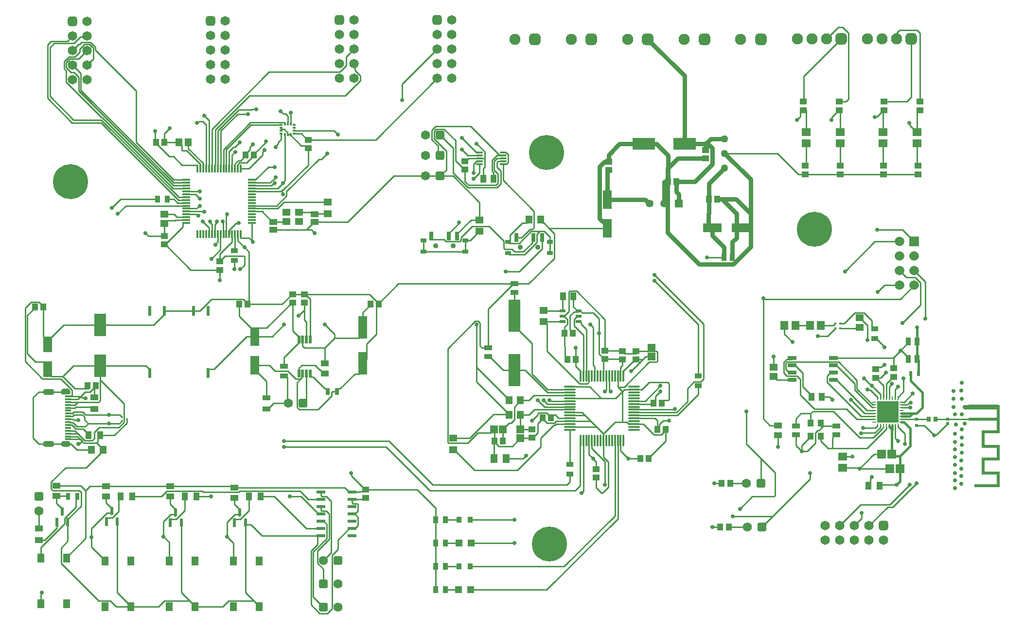
<source format=gtl>
G04*
G04 #@! TF.GenerationSoftware,Altium Limited,Altium Designer,25.4.2 (15)*
G04*
G04 Layer_Physical_Order=1*
G04 Layer_Color=255*
%FSLAX44Y44*%
%MOMM*%
G71*
G04*
G04 #@! TF.SameCoordinates,145FFF0F-7840-416A-8FEA-007F4607A66E*
G04*
G04*
G04 #@! TF.FilePolarity,Positive*
G04*
G01*
G75*
%ADD19C,0.2540*%
%ADD22R,0.6000X0.6000*%
%ADD23R,0.5588X1.7018*%
%ADD24R,1.6500X0.6500*%
%ADD25R,1.3500X1.5500*%
%ADD26R,1.5500X1.4000*%
%ADD27R,1.0000X1.2500*%
%ADD28R,1.3500X1.0000*%
%ADD29R,1.4500X1.2000*%
%ADD30R,0.8000X1.2500*%
%ADD31R,1.4000X1.1000*%
%ADD32R,1.0500X1.4500*%
%ADD33R,1.3500X0.8500*%
%ADD34R,0.3000X1.4750*%
%ADD35R,1.4750X0.3000*%
G04:AMPARAMS|DCode=36|XSize=0.45mm|YSize=1.4mm|CornerRadius=0.0495mm|HoleSize=0mm|Usage=FLASHONLY|Rotation=180.000|XOffset=0mm|YOffset=0mm|HoleType=Round|Shape=RoundedRectangle|*
%AMROUNDEDRECTD36*
21,1,0.4500,1.3010,0,0,180.0*
21,1,0.3510,1.4000,0,0,180.0*
1,1,0.0990,-0.1755,0.6505*
1,1,0.0990,0.1755,0.6505*
1,1,0.0990,0.1755,-0.6505*
1,1,0.0990,-0.1755,-0.6505*
%
%ADD36ROUNDEDRECTD36*%
%ADD37R,0.3810X0.8992*%
%ADD38R,0.3810X0.5004*%
%ADD39R,1.2000X1.2000*%
%ADD40O,2.1000X0.3000*%
%ADD41O,0.3000X2.1000*%
%ADD42R,0.9000X1.1000*%
%ADD43R,0.4500X0.4500*%
%ADD44R,1.0000X1.3500*%
%ADD45R,1.3000X1.5500*%
%ADD46R,0.7000X1.5000*%
%ADD47R,1.0000X0.8000*%
%ADD48R,0.6250X0.8500*%
%ADD49R,0.3500X0.5750*%
%ADD50R,0.5750X0.3500*%
%ADD51R,1.2850X1.4700*%
%ADD52R,0.9578X1.2621*%
%ADD53R,4.0000X2.0000*%
%ADD54R,1.6000X3.2000*%
%ADD55R,2.0000X4.0000*%
%ADD56R,1.6000X2.8000*%
%ADD57R,1.6000X4.0000*%
%ADD58R,1.3621X1.1549*%
%ADD59R,1.2621X1.0046*%
%ADD60R,1.2565X0.3125*%
G04:AMPARAMS|DCode=61|XSize=1.2565mm|YSize=0.3125mm|CornerRadius=0.1562mm|HoleSize=0mm|Usage=FLASHONLY|Rotation=180.000|XOffset=0mm|YOffset=0mm|HoleType=Round|Shape=RoundedRectangle|*
%AMROUNDEDRECTD61*
21,1,1.2565,0.0000,0,0,180.0*
21,1,0.9440,0.3125,0,0,180.0*
1,1,0.3125,-0.4720,0.0000*
1,1,0.3125,0.4720,0.0000*
1,1,0.3125,0.4720,0.0000*
1,1,0.3125,-0.4720,0.0000*
%
%ADD61ROUNDEDRECTD61*%
%ADD62R,1.4500X0.9500*%
%ADD63R,0.8065X1.3082*%
%ADD64R,1.2065X1.5082*%
%ADD65R,0.5200X0.5200*%
%ADD66R,1.4562X1.3781*%
%ADD67R,0.9500X1.3500*%
%ADD68R,0.7500X0.9000*%
%ADD69R,1.1000X0.6000*%
%ADD70R,1.0500X1.3000*%
%ADD71R,1.4000X1.2000*%
G04:AMPARAMS|DCode=72|XSize=1.5242mm|YSize=0.578mm|CornerRadius=0.289mm|HoleSize=0mm|Usage=FLASHONLY|Rotation=90.000|XOffset=0mm|YOffset=0mm|HoleType=Round|Shape=RoundedRectangle|*
%AMROUNDEDRECTD72*
21,1,1.5242,0.0000,0,0,90.0*
21,1,0.9463,0.5780,0,0,90.0*
1,1,0.5780,0.0000,0.4731*
1,1,0.5780,0.0000,-0.4731*
1,1,0.5780,0.0000,-0.4731*
1,1,0.5780,0.0000,0.4731*
%
%ADD72ROUNDEDRECTD72*%
%ADD73R,0.5780X1.5242*%
%ADD74R,1.0000X0.3000*%
%ADD75R,1.3046X1.4562*%
%ADD76R,3.7000X3.7000*%
%ADD77O,0.2500X0.7000*%
%ADD78O,0.7000X0.2500*%
G04:AMPARAMS|DCode=79|XSize=0.3mm|YSize=0.3mm|CornerRadius=0.0495mm|HoleSize=0mm|Usage=FLASHONLY|Rotation=270.000|XOffset=0mm|YOffset=0mm|HoleType=Round|Shape=RoundedRectangle|*
%AMROUNDEDRECTD79*
21,1,0.3000,0.2010,0,0,270.0*
21,1,0.2010,0.3000,0,0,270.0*
1,1,0.0990,-0.1005,-0.1005*
1,1,0.0990,-0.1005,0.1005*
1,1,0.0990,0.1005,0.1005*
1,1,0.0990,0.1005,-0.1005*
%
%ADD79ROUNDEDRECTD79*%
%ADD80R,1.5000X1.5500*%
%ADD81R,1.3500X1.1000*%
%ADD82R,2.1000X5.6000*%
%ADD83R,1.3500X0.9500*%
%ADD84R,1.4562X1.3046*%
%ADD85R,3.2000X1.6000*%
%ADD86R,1.3000X1.0500*%
%ADD87R,1.5500X1.3500*%
%ADD88R,1.4000X1.5500*%
%ADD89R,1.3082X0.8065*%
%ADD90R,1.2500X1.0000*%
%ADD91R,1.0000X1.3500*%
%ADD92R,1.3500X1.0000*%
%ADD93R,1.2000X1.4500*%
%ADD94R,1.3781X1.4562*%
%ADD114R,1.5500X0.6000*%
%ADD115C,0.9000*%
%ADD130C,1.2700*%
G04:AMPARAMS|DCode=133|XSize=1.1mm|YSize=2.05mm|CornerRadius=0.55mm|HoleSize=0mm|Usage=FLASHONLY|Rotation=270.000|XOffset=0mm|YOffset=0mm|HoleType=Round|Shape=RoundedRectangle|*
%AMROUNDEDRECTD133*
21,1,1.1000,0.9500,0,0,270.0*
21,1,0.0000,2.0500,0,0,270.0*
1,1,1.1000,-0.4750,0.0000*
1,1,1.1000,-0.4750,0.0000*
1,1,1.1000,0.4750,0.0000*
1,1,1.1000,0.4750,0.0000*
%
%ADD133ROUNDEDRECTD133*%
%ADD147C,0.3810*%
%ADD148C,0.7620*%
%ADD149R,0.5004X4.9936*%
%ADD150R,0.5004X1.9990*%
%ADD151R,2.6391X0.5004*%
%ADD152R,0.5004X2.7000*%
%ADD153R,3.9421X0.5004*%
%ADD154R,4.8997X0.5004*%
%ADD155R,4.8997X0.8992*%
%ADD156R,0.5080X0.8992*%
%ADD157R,0.3277X0.5004*%
%ADD158R,0.5004X0.3277*%
%ADD159R,1.3500X1.3500*%
%ADD160C,1.3500*%
%ADD161C,1.6650*%
%ADD162R,1.6650X1.6650*%
G04:AMPARAMS|DCode=163|XSize=1.95mm|YSize=1.95mm|CornerRadius=0.4875mm|HoleSize=0mm|Usage=FLASHONLY|Rotation=180.000|XOffset=0mm|YOffset=0mm|HoleType=Round|Shape=RoundedRectangle|*
%AMROUNDEDRECTD163*
21,1,1.9500,0.9750,0,0,180.0*
21,1,0.9750,1.9500,0,0,180.0*
1,1,0.9750,-0.4875,0.4875*
1,1,0.9750,0.4875,0.4875*
1,1,0.9750,0.4875,-0.4875*
1,1,0.9750,-0.4875,-0.4875*
%
%ADD163ROUNDEDRECTD163*%
%ADD164C,1.9500*%
%ADD165C,1.6500*%
G04:AMPARAMS|DCode=166|XSize=1.65mm|YSize=1.65mm|CornerRadius=0.4125mm|HoleSize=0mm|Usage=FLASHONLY|Rotation=180.000|XOffset=0mm|YOffset=0mm|HoleType=Round|Shape=RoundedRectangle|*
%AMROUNDEDRECTD166*
21,1,1.6500,0.8250,0,0,180.0*
21,1,0.8250,1.6500,0,0,180.0*
1,1,0.8250,-0.4125,0.4125*
1,1,0.8250,0.4125,0.4125*
1,1,0.8250,0.4125,-0.4125*
1,1,0.8250,-0.4125,-0.4125*
%
%ADD166ROUNDEDRECTD166*%
%ADD167C,1.6000*%
G04:AMPARAMS|DCode=168|XSize=1.6mm|YSize=1.6mm|CornerRadius=0.4mm|HoleSize=0mm|Usage=FLASHONLY|Rotation=180.000|XOffset=0mm|YOffset=0mm|HoleType=Round|Shape=RoundedRectangle|*
%AMROUNDEDRECTD168*
21,1,1.6000,0.8000,0,0,180.0*
21,1,0.8000,1.6000,0,0,180.0*
1,1,0.8000,-0.4000,0.4000*
1,1,0.8000,0.4000,0.4000*
1,1,0.8000,0.4000,-0.4000*
1,1,0.8000,-0.4000,-0.4000*
%
%ADD168ROUNDEDRECTD168*%
G04:AMPARAMS|DCode=169|XSize=1.65mm|YSize=1.65mm|CornerRadius=0.4125mm|HoleSize=0mm|Usage=FLASHONLY|Rotation=270.000|XOffset=0mm|YOffset=0mm|HoleType=Round|Shape=RoundedRectangle|*
%AMROUNDEDRECTD169*
21,1,1.6500,0.8250,0,0,270.0*
21,1,0.8250,1.6500,0,0,270.0*
1,1,0.8250,-0.4125,-0.4125*
1,1,0.8250,-0.4125,0.4125*
1,1,0.8250,0.4125,0.4125*
1,1,0.8250,0.4125,-0.4125*
%
%ADD169ROUNDEDRECTD169*%
G04:AMPARAMS|DCode=170|XSize=1.6mm|YSize=1.6mm|CornerRadius=0.4mm|HoleSize=0mm|Usage=FLASHONLY|Rotation=270.000|XOffset=0mm|YOffset=0mm|HoleType=Round|Shape=RoundedRectangle|*
%AMROUNDEDRECTD170*
21,1,1.6000,0.8000,0,0,270.0*
21,1,0.8000,1.6000,0,0,270.0*
1,1,0.8000,-0.4000,-0.4000*
1,1,0.8000,-0.4000,0.4000*
1,1,0.8000,0.4000,0.4000*
1,1,0.8000,0.4000,-0.4000*
%
%ADD170ROUNDEDRECTD170*%
%ADD171C,0.5000*%
%ADD172C,0.7112*%
%ADD173C,6.0960*%
G36*
X359370Y457300D02*
X360247Y457300D01*
X361912Y457846D01*
X363326Y458882D01*
X364348Y460307D01*
X364876Y461979D01*
X364859Y463731D01*
X364297Y465392D01*
X363247Y466796D01*
X362530Y467300D01*
X362530Y467300D01*
X350710D01*
X349993Y466796D01*
X348943Y465392D01*
X348381Y463731D01*
X348364Y461979D01*
X348892Y460307D01*
X349914Y458882D01*
X351328Y457846D01*
X352994Y457300D01*
X353870Y457300D01*
Y457300D01*
X359370D01*
D02*
G37*
G36*
Y558700D02*
X360247Y558700D01*
X361912Y558154D01*
X363326Y557118D01*
X364348Y555693D01*
X364876Y554021D01*
X364859Y552268D01*
X364297Y550608D01*
X363247Y549204D01*
X362530Y548700D01*
X362530Y548700D01*
X350710Y548700D01*
X349993Y549204D01*
X348943Y550608D01*
X348381Y552268D01*
X348364Y554021D01*
X348892Y555693D01*
X349914Y557118D01*
X351328Y558154D01*
X352994Y558700D01*
X353870Y558700D01*
Y558700D01*
X359370Y558700D01*
D02*
G37*
D19*
X747950Y1040050D02*
X748030Y1040130D01*
X747950Y1020045D02*
Y1040050D01*
X646070Y942570D02*
Y966110D01*
X651510Y971550D01*
X326620Y462800D02*
X326870Y462550D01*
X356370D01*
X356620Y462300D01*
X680331Y817169D02*
X682500Y815000D01*
X365928Y545500D02*
X382838D01*
X360620D02*
X365928D01*
X390285Y543165D02*
X391160Y542290D01*
X382838Y545500D02*
X385173Y543165D01*
X390285D01*
X1353117Y624069D02*
X1385013D01*
X378460Y462280D02*
X379658D01*
X384838Y467460D01*
X387878Y464420D01*
X356620Y462300D02*
X365740D01*
X326870Y553450D02*
X356620D01*
X1101130Y514005D02*
X1128630D01*
X1811656Y535660D02*
X1816490D01*
X1831224Y550395D01*
X1837490Y505660D02*
X1837690Y505460D01*
X1811656Y505660D02*
X1837490D01*
X1666240Y650240D02*
X1682750D01*
X1696280Y663770D01*
X1811656Y530660D02*
X1822283D01*
X1826293Y534670D02*
X1827530D01*
X1822283Y530660D02*
X1826293Y534670D01*
X1826836Y525680D02*
X1826917Y525762D01*
X1811676Y525680D02*
X1826836D01*
X469540Y178690D02*
Y179940D01*
X446380Y203100D02*
X469540Y179940D01*
Y178690D02*
X517780D01*
X528035Y188945D02*
Y188980D01*
X517780Y178690D02*
X528035Y188945D01*
X444414Y178690D02*
X469540D01*
X536300Y258190D02*
Y291283D01*
X434124Y188980D02*
X444414Y178690D01*
X1587502Y336548D02*
X1652270Y401315D01*
Y411480D01*
X1589822Y370840D02*
X1591310Y372328D01*
Y412750D01*
X1551940Y370840D02*
X1589822D01*
X1567180Y393700D02*
Y436880D01*
X1591310Y412750D01*
X1541780Y462280D02*
X1567180Y436880D01*
X1796678Y352688D02*
X1837690Y393700D01*
X1787788Y352688D02*
X1796678D01*
X1755140Y320040D02*
X1787788Y352688D01*
X1791598Y356498D02*
X1826260Y391160D01*
X1740798Y356498D02*
X1791598D01*
X1704340Y320040D02*
X1740798Y356498D01*
X1775300Y391160D02*
X1803400D01*
X1826260Y488950D02*
X1826768Y489458D01*
X1774030Y389890D02*
X1775300Y391160D01*
X1730333Y556485D02*
Y567457D01*
X1734143Y558063D02*
Y573739D01*
Y558063D02*
X1761526Y530680D01*
X1730333Y556485D02*
X1759948Y526870D01*
X1770406Y541910D02*
Y544120D01*
X1757871Y556655D02*
X1770406Y544120D01*
X1753475Y556655D02*
X1757871D01*
X1752600Y557530D02*
X1753475Y556655D01*
X1742332Y332632D02*
Y341988D01*
X1729740Y320040D02*
X1742332Y332632D01*
X1612048Y605230D02*
X1702652D01*
X1734143Y573739D01*
X1746885Y576580D02*
X1759585Y563880D01*
X1760220D01*
X1811656Y525660D02*
X1811676Y525680D01*
X1766570Y577850D02*
X1775460D01*
X1784350Y586740D01*
X1813560Y673100D02*
X1844745Y704285D01*
Y743640D01*
X1835645Y752740D02*
X1844745Y743640D01*
X1820280Y752740D02*
X1835645D01*
X1808480Y764540D02*
X1820280Y752740D01*
X1785406Y567576D02*
X1797070Y579240D01*
X1785406Y541910D02*
Y567576D01*
X1790406Y562349D02*
X1794510Y566453D01*
X1790406Y541910D02*
Y562349D01*
X1781810Y631190D02*
Y631922D01*
X1767809Y645923D02*
X1781810Y631922D01*
X1798320Y613410D02*
X1809750Y624840D01*
X1798320Y594240D02*
Y613410D01*
X1797050Y612140D02*
X1798320Y613410D01*
X1693350Y612140D02*
X1797050D01*
X1570990Y715010D02*
X1809750D01*
X1570990Y506730D02*
Y716026D01*
X1746250Y576580D02*
X1746885D01*
X1769110Y835660D02*
X1813560D01*
X1833880Y815340D01*
X1852930Y680720D02*
Y745490D01*
X1833880Y764540D02*
X1852930Y745490D01*
X1800406Y541910D02*
Y557076D01*
X1805940Y562610D01*
X1765300Y645923D02*
X1767809D01*
X1805406Y541910D02*
Y544120D01*
X1814830Y553544D01*
Y576580D01*
X1752600Y643890D02*
Y669023D01*
X1738630Y682993D02*
X1752600Y669023D01*
X1794510Y566453D02*
Y567690D01*
X1607820Y654050D02*
X1621790Y640080D01*
X1607820Y654050D02*
Y669290D01*
X1760220Y563880D02*
X1775406Y548694D01*
X1766570Y592850D02*
X1770300Y596580D01*
X1776443D01*
X1780573Y600710D01*
X1781810D01*
X1627320Y669290D02*
X1652320D01*
X1693300D02*
X1696280Y672270D01*
X1671320Y669290D02*
X1693300D01*
X1704780Y672270D02*
X1711730D01*
X1730767Y691307D01*
X1746493D01*
X1760029Y677771D01*
Y665703D02*
Y677771D01*
Y665703D02*
X1762791Y662940D01*
X1765300D01*
X1704780Y663770D02*
X1736920D01*
X1738630Y665480D01*
X1800406Y472894D02*
Y494410D01*
Y472894D02*
X1805776Y467524D01*
Y467439D02*
Y467524D01*
X1761500Y441830D02*
X1764170Y444500D01*
X1738884Y418846D02*
X1791098D01*
X1738884Y419464D02*
X1761250Y441830D01*
X1709420Y440280D02*
X1709830Y440690D01*
X1725930D01*
X1735713Y420780D02*
X1737647Y418846D01*
X1738884D01*
X1709420Y420780D02*
X1735713D01*
X1738884Y418846D02*
Y419464D01*
X1541780Y462280D02*
Y519289D01*
X1587500Y336550D02*
X1587502Y336548D01*
X1517650Y336550D02*
X1587500D01*
X1568450Y317495D02*
X1587502Y336548D01*
X1775406Y541910D02*
Y548694D01*
X1541561Y519508D02*
X1541780Y519289D01*
X1621350Y599440D02*
X1626350D01*
X1619370Y610160D02*
X1621350Y612140D01*
X1698350Y599440D02*
X1730333Y567457D01*
X1693350Y599440D02*
X1698350D01*
X1626350D02*
X1639580Y586210D01*
X1612048Y580950D02*
X1629532D01*
X1638300Y449580D02*
X1647190D01*
X1661470Y463860D01*
Y481812D01*
X1671322Y467358D02*
X1684020Y454660D01*
X1671322Y467358D02*
Y476038D01*
X1653680Y474930D02*
Y476180D01*
X1638300Y459549D02*
X1653680Y474930D01*
X1616350Y586740D02*
X1621350D01*
X1606750Y586248D02*
Y605320D01*
X1610560Y603742D02*
X1612048Y605230D01*
X1610560Y592530D02*
Y603742D01*
Y592530D02*
X1616350Y586740D01*
X1606750Y586248D02*
X1612048Y580950D01*
X1611590Y610160D02*
X1619370D01*
X1606750Y605320D02*
X1611590Y610160D01*
X1595120Y574040D02*
X1621350D01*
X1638300Y449580D02*
Y459549D01*
X1628140Y506730D02*
X1636890Y515480D01*
X1628140Y493790D02*
Y506730D01*
Y459740D02*
X1638300Y449580D01*
X1628140Y459740D02*
Y478790D01*
X1682560Y580950D02*
X1688350Y586740D01*
X1693350Y574040D02*
X1698350D01*
X1688350Y586740D02*
X1693350D01*
X1682560Y569738D02*
X1741638Y510660D01*
X1639580Y562060D02*
Y586210D01*
Y562060D02*
X1654810Y546830D01*
X1686303Y544830D02*
X1691383Y539750D01*
X1654810Y544830D02*
Y546830D01*
X1673310Y544830D02*
X1686303D01*
X1682560Y569738D02*
Y580950D01*
X1629532D02*
X1635770Y574712D01*
Y547778D02*
Y574712D01*
Y547778D02*
X1660308Y523240D01*
X1588770Y580390D02*
X1595120Y574040D01*
X1588770Y596506D02*
Y614680D01*
X1570990Y506730D02*
X1582700Y495020D01*
X1596390D01*
Y457200D02*
Y477520D01*
X1653680Y499180D02*
Y515480D01*
X1657631Y519430D01*
X1636890Y515480D02*
X1653680D01*
X1660308Y523240D02*
X1716078D01*
X1692910Y519430D02*
X1738630Y473710D01*
X1657631Y519430D02*
X1692910D01*
X1671180Y499180D02*
X1672415Y497945D01*
X1695990Y478910D02*
X1697990D01*
X1671180Y476180D02*
X1671322Y476038D01*
X1661470Y481812D02*
X1665959Y486301D01*
X1676220Y493910D02*
X1697990D01*
X1691640Y472560D02*
X1692510Y473430D01*
X1665959Y486301D02*
X1668611D01*
X1691640Y454660D02*
Y472560D01*
X1672415Y490106D02*
X1676220Y493910D01*
X1672415Y490106D02*
Y497945D01*
X1668611Y486301D02*
X1672415Y490106D01*
X1684020Y454660D02*
X1691640D01*
X1692510Y475430D02*
X1695990Y478910D01*
X1692510Y473430D02*
Y475430D01*
X1754030Y389890D02*
X1757760Y393620D01*
Y401433D01*
X1760220Y403893D01*
Y405130D01*
X1823840Y610870D02*
Y612870D01*
X1812745Y623965D02*
X1823840Y612870D01*
X1921510Y527050D02*
X1922116Y526444D01*
X1809750Y625260D02*
X1823840Y639350D01*
X1809750Y624840D02*
Y625260D01*
Y624840D02*
X1810625Y623965D01*
X1823840Y639350D02*
Y641350D01*
X1810625Y623965D02*
X1812745D01*
X1827965Y584345D02*
Y585470D01*
X1837690Y505460D02*
X1859280D01*
X1837690Y494460D02*
X1851230D01*
X1868170Y477520D01*
X1869045Y478395D01*
X1873045D02*
X1892300Y497650D01*
X1869045Y478395D02*
X1873045D01*
X1892399Y505550D02*
X1930400D01*
X1771550Y572870D02*
Y574120D01*
X1767820Y577850D02*
X1771550Y574120D01*
X1892300Y505650D02*
X1892399Y505550D01*
X1871470Y505650D02*
X1892300D01*
X1871280Y505460D02*
X1871470Y505650D01*
X1797070Y579240D02*
X1798320D01*
X1771550Y572870D02*
X1780406Y564014D01*
X1698350Y574040D02*
X1751730Y520660D01*
X1780406Y541910D02*
Y564014D01*
X1691383Y539750D02*
X1691640D01*
X1805406Y492200D02*
Y494410D01*
X1817370Y462280D02*
Y480236D01*
X1805406Y492200D02*
X1817370Y480236D01*
X1760736Y526870D02*
X1761926Y525680D01*
X1759948Y526870D02*
X1760736D01*
X1751730Y520660D02*
X1764156D01*
X1747480Y515660D02*
X1764156D01*
X1723390Y539750D02*
X1747480Y515660D01*
X1733658Y505660D02*
X1764156D01*
X1716078Y523240D02*
X1733658Y505660D01*
X1764170Y444500D02*
X1776620D01*
X1785386Y488716D02*
Y492180D01*
X1741638Y510660D02*
X1764156D01*
X1761526Y530680D02*
X1764136D01*
X1764156Y530660D01*
X1738630Y473710D02*
X1762316D01*
X1744980Y490220D02*
X1766216D01*
X1741734Y481894D02*
X1765499D01*
X1741170Y481330D02*
X1741734Y481894D01*
X1761250Y441830D02*
X1761500D01*
X1779196Y490590D02*
Y490990D01*
X1780386Y492180D01*
X1778006Y489400D02*
X1779196Y490590D01*
X1775406Y492706D02*
Y494410D01*
X1774196Y490590D02*
Y491496D01*
X1775406Y492706D01*
X1766216Y490220D02*
X1770406Y494410D01*
X1767077Y478084D02*
X1778006Y489012D01*
X1751330Y454660D02*
X1785386Y488716D01*
X1766689Y478084D02*
X1767077D01*
X1762316Y473710D02*
X1766689Y478084D01*
X1778006Y489012D02*
Y489400D01*
X1765499Y481894D02*
X1774196Y490590D01*
X1691640Y454660D02*
X1751330D01*
X1530350Y349250D02*
X1551940Y370840D01*
X1485900Y393700D02*
X1498720D01*
X1498720Y393700D01*
X1482090Y317500D02*
X1496300D01*
X1511305Y317495D02*
X1543050D01*
X1511300Y317500D02*
X1511305Y317495D01*
X1513720Y393700D02*
X1541780D01*
X1513720Y393700D02*
X1513720Y393700D01*
X1809750Y715010D02*
X1833880Y739140D01*
X1765300Y815340D02*
X1808480D01*
X1713230Y763270D02*
X1765300Y815340D01*
X1770380Y727710D02*
X1781810Y739140D01*
X1808480D01*
X1780193Y932180D02*
X1824624D01*
X1325880Y624100D02*
X1329690Y620290D01*
X1325140Y624840D02*
X1325880Y624100D01*
X1349339Y620290D02*
X1353117Y624069D01*
X1329690Y620290D02*
X1349339D01*
X1168869Y472399D02*
X1178100Y481629D01*
X1148080Y472399D02*
X1168869D01*
X747470Y1001795D02*
X747950Y1001315D01*
X731325Y1010920D02*
X737042D01*
X1383570Y545370D02*
X1391920Y553720D01*
X1378350Y532160D02*
X1379590Y533400D01*
X1383570Y537380D02*
Y545370D01*
X1379590Y533400D02*
X1383570Y537380D01*
X1365200Y537160D02*
X1391920Y563880D01*
X1346220Y537160D02*
X1365200D01*
X1407160Y540118D02*
Y567472D01*
X1405672Y538630D02*
X1407160Y540118D01*
X1404656Y569976D02*
X1407160Y567472D01*
X1166469Y833120D02*
X1181787D01*
X1189852D01*
X1176860Y828193D02*
X1181787Y833120D01*
X1163320Y852190D02*
Y853440D01*
X1158590Y847460D02*
X1163320Y852190D01*
X1199820Y814710D02*
Y823152D01*
Y795410D02*
Y814710D01*
X1189852Y833120D02*
X1199820Y823152D01*
X1176860Y814008D02*
Y828193D01*
X1155332Y792480D02*
X1176860Y814008D01*
X1151128Y847460D02*
X1158590D01*
X1130550Y826882D02*
X1151128Y847460D01*
X1129010Y812520D02*
X1145869D01*
X1127820Y814710D02*
X1130550Y817440D01*
Y826882D01*
X1126820Y814710D02*
X1127820D01*
X1126820D02*
X1129010Y812520D01*
X1145869D02*
X1166469Y833120D01*
X1129550Y792680D02*
X1131838D01*
X1132038Y792480D02*
X1155332D01*
X1131838Y792680D02*
X1132038Y792480D01*
X1126820Y795410D02*
X1129550Y792680D01*
X1397000Y502920D02*
X1407160D01*
X1341120Y589280D02*
X1366478Y614638D01*
X1372616Y569976D02*
X1404656D01*
X1359800Y557160D02*
X1372616Y569976D01*
X1346220Y557160D02*
X1359800D01*
X1329320D02*
X1346220D01*
X1401340Y467870D02*
Y486430D01*
X1371600Y438130D02*
X1401340Y467870D01*
X1371600Y436880D02*
Y438130D01*
X1336040Y436880D02*
X1357100D01*
X1322720Y450200D02*
X1336040Y436880D01*
X1322720Y450200D02*
Y468660D01*
X1393550Y478640D02*
X1401340Y486430D01*
X1267720Y444240D02*
X1275080Y436880D01*
X1280160Y418730D02*
Y431543D01*
X1275080Y436623D02*
Y436880D01*
X1267720Y444240D02*
Y468660D01*
X1275080Y436623D02*
X1280160Y431543D01*
X1333180Y500487D02*
X1336419Y497248D01*
X1280160Y404230D02*
X1280310Y404080D01*
Y385930D02*
Y404080D01*
X1209040Y513080D02*
X1214960Y507160D01*
X1205030Y513080D02*
X1209040D01*
X1214960Y507160D02*
X1234220D01*
X1201050Y509100D02*
X1205030Y513080D01*
X1366478Y614638D02*
X1376680D01*
X1349339Y609600D02*
X1361440D01*
X1201050Y508000D02*
Y509250D01*
X1193260Y517040D02*
X1201050Y509250D01*
X1180248Y517040D02*
X1193260D01*
X1178760Y515552D02*
X1180248Y517040D01*
X1178760Y513280D02*
Y515552D01*
X1168400Y502920D02*
X1178760Y513280D01*
X1178560Y538480D02*
X1189880Y527160D01*
X1148080Y538480D02*
X1163320D01*
X1172000Y547160D01*
X1234220D01*
X1200117Y538480D02*
X1201438Y537160D01*
X1234220D01*
X1195040Y532160D02*
X1234220D01*
X1188720Y538480D02*
X1195040Y532160D01*
X1198880Y538480D02*
X1200117D01*
X1189880Y527160D02*
X1234220D01*
X1172400Y522160D02*
X1234220D01*
X1163320Y513080D02*
X1172400Y522160D01*
X1317720Y561880D02*
X1328960D01*
X1372288Y605208D01*
X1385013D01*
X1390329Y492910D02*
Y496249D01*
X1386840Y487680D02*
Y492760D01*
Y502920D01*
Y492760D02*
X1390179D01*
X1390329Y492910D01*
Y496249D02*
X1397000Y502920D01*
X1380538Y478640D02*
X1393550D01*
X1379050Y480128D02*
X1380538Y478640D01*
X1379050Y480128D02*
Y480230D01*
X1362120Y497160D02*
X1379050Y480230D01*
X1346220Y497160D02*
X1362120D01*
X1336419Y497248D02*
X1346132D01*
X1346220Y497160D01*
Y507160D02*
X1382600D01*
X1386840Y502920D01*
X1147689Y472399D02*
X1148080D01*
X1644420Y932292D02*
X1704686D01*
X1824736D02*
X1840460D01*
X1704686D02*
X1780193D01*
X1824624Y932180D02*
X1824736Y932292D01*
X1780193Y932180D02*
Y932292D01*
X1595740Y969010D02*
X1632458Y932292D01*
X1644420D01*
X1503680Y969010D02*
X1595740D01*
X1107440Y960120D02*
X1117977D01*
X1001671Y1011300D02*
X1015089D01*
X997840Y1007469D02*
X1001671Y1011300D01*
X1015089D02*
X1035050Y991339D01*
X997840Y994051D02*
X1018920Y972971D01*
X1102360Y939800D02*
Y955040D01*
X1107440Y960120D01*
X1051560Y919788D02*
Y940540D01*
X1035050Y955800D02*
Y991339D01*
X1018920Y940180D02*
Y972971D01*
X1050310Y940540D02*
X1051560D01*
X1035050Y955800D02*
X1050310Y940540D01*
X1188050Y847460D02*
X1189300D01*
X1183320Y852190D02*
X1188050Y847460D01*
X1198160Y838600D02*
X1207360Y829400D01*
X1189300Y847460D02*
X1198160Y838600D01*
X1207360Y786131D02*
Y829400D01*
X1198160Y838600D02*
X1299210D01*
X1102360Y939800D02*
X1108740Y933420D01*
Y916758D02*
Y933420D01*
X1030932Y929640D02*
X1076960Y883612D01*
X1105366Y913384D02*
X1108740Y916758D01*
X1057964Y913384D02*
X1105366D01*
X1008380Y929640D02*
X1018920Y940180D01*
X1051560Y919788D02*
X1057964Y913384D01*
X1008380Y929640D02*
X1030932D01*
X1076960Y853120D02*
Y883612D01*
X1183320Y852190D02*
Y853440D01*
X1135920Y741440D02*
X1137920D01*
X1062160Y853120D02*
X1076960D01*
X1038260Y829220D02*
X1062160Y853120D01*
X1038260Y825220D02*
Y829220D01*
X1385013Y624069D02*
X1386501Y622581D01*
Y606696D02*
Y622581D01*
X1385013Y605208D02*
X1386501Y606696D01*
X1398070Y538630D02*
X1405672D01*
X1325880Y500487D02*
Y553720D01*
X1394090Y534650D02*
X1398070Y538630D01*
X1295400Y624840D02*
X1325140D01*
X1295400D02*
Y679597D01*
X1246110Y728886D02*
X1295400Y679597D01*
X1234220Y562160D02*
X1268876D01*
X1317720Y561880D02*
X1325880Y553720D01*
X1329320Y557160D01*
X1314320Y542160D02*
X1325880Y553720D01*
X1317720Y561880D02*
Y580660D01*
X1268876Y562160D02*
X1288876Y542160D01*
X1314320D01*
X1234220D02*
X1288876D01*
X1394090Y533400D02*
Y534650D01*
X1325880Y500487D02*
X1333180D01*
X1312830D02*
X1325880D01*
X1301496Y387096D02*
Y431092D01*
X1292720Y439868D02*
X1301496Y431092D01*
X1280760Y492160D02*
X1292632Y480288D01*
X1312830Y500487D01*
X1270760Y502160D02*
X1280760Y492160D01*
X1292632Y468748D02*
X1292720Y468660D01*
X1292632Y468748D02*
Y480288D01*
X1260760Y512160D02*
X1270760Y502160D01*
X1255760Y517160D02*
X1260760Y512160D01*
X1234220Y492160D02*
X1280760D01*
X1234220Y502160D02*
X1270760D01*
X1292720Y439868D02*
Y468660D01*
X1291372Y376972D02*
X1301496Y387096D01*
X1289268Y376972D02*
X1291372D01*
X1280310Y385930D02*
X1289268Y376972D01*
X1234006Y728886D02*
X1246110D01*
X1232518Y693386D02*
Y727399D01*
X1234006Y728886D01*
X1226002Y686870D02*
X1232518Y693386D01*
X1225020Y666220D02*
X1229720Y670920D01*
X1224180Y685140D02*
X1228140Y681180D01*
X1228232D01*
X1223410Y686870D02*
X1226002D01*
X1229720Y670920D02*
Y679692D01*
X1228232Y681180D02*
X1229720Y679692D01*
X1226119Y613580D02*
X1230099Y609600D01*
X1225020Y633010D02*
Y655320D01*
Y666220D01*
X1226119Y613580D02*
Y631910D01*
X1225020Y633010D02*
X1226119Y631910D01*
X1162669Y741440D02*
X1207360Y786131D01*
X1221680Y685140D02*
X1223410Y686870D01*
X1137920Y741440D02*
X1162669D01*
X1221680Y685140D02*
X1224180D01*
X1092200Y697720D02*
X1135920Y741440D01*
X1074405Y676656D02*
X1078023Y673038D01*
X1069355Y676656D02*
X1074405D01*
X1092200Y629680D02*
Y697720D01*
X1081640Y629680D02*
X1092200D01*
X1078023Y633298D02*
Y673038D01*
X1021450Y628751D02*
X1069355Y676656D01*
X1078023Y633298D02*
X1081640Y629680D01*
X1021450Y465388D02*
Y628751D01*
X1234220Y517160D02*
X1255760D01*
X1234220Y512160D02*
X1260760D01*
X1210552Y502160D02*
X1234220D01*
X1186550Y506750D02*
Y508000D01*
X1194340Y498960D02*
X1207352D01*
X1186550Y506750D02*
X1194340Y498960D01*
X1207352D02*
X1210552Y502160D01*
X1178100Y481629D02*
Y498300D01*
X1186550Y506750D01*
X1142069Y466388D02*
Y466778D01*
X1103100Y467360D02*
Y486899D01*
X1142069Y466778D02*
X1147689Y472399D01*
X1103100Y466110D02*
Y467360D01*
X1102360Y466620D02*
X1103100Y467360D01*
X1102318Y487680D02*
X1103100Y486899D01*
X1102318Y487289D02*
Y487680D01*
X1096698Y481669D02*
X1102318Y487289D01*
X1074182Y481669D02*
X1096698D01*
X1103100Y466110D02*
X1110890Y458320D01*
X1134001D02*
X1142069Y466388D01*
X1110890Y458320D02*
X1134001D01*
X1102360Y436880D02*
Y466620D01*
X1056413Y463900D02*
X1074182Y481669D01*
X1022938Y463900D02*
X1056413D01*
X1021450Y465388D02*
X1022938Y463900D01*
X997840Y994051D02*
Y1007469D01*
X747950Y1000670D02*
X766370Y982250D01*
X742950Y1001795D02*
X747470D01*
X747950Y1000670D02*
Y1001315D01*
X847049Y848980D02*
X927709Y929640D01*
X982980D02*
X1008380D01*
X927709D02*
X982980D01*
X774530Y982250D02*
X778510Y978270D01*
X766370Y982250D02*
X774530D01*
X778510Y948510D02*
Y978270D01*
X737042Y1010920D02*
X742470Y1005492D01*
Y1002275D02*
X742950Y1001795D01*
X742470Y1002275D02*
Y1005492D01*
X731325Y1010920D02*
Y1013420D01*
Y1008420D02*
Y1010920D01*
X704125Y989125D02*
X705000Y990000D01*
X733763Y905000D02*
X735000D01*
X778510Y948510D01*
X732476Y903714D02*
X733763Y905000D01*
X732476Y903714D02*
X734125Y902065D01*
X731453Y902690D02*
X732476Y903714D01*
X704125Y987685D02*
Y989125D01*
X684160Y967720D02*
X704125Y987685D01*
X789940Y848980D02*
X847049D01*
X901330Y707370D02*
X935400Y741440D01*
X1135920D01*
X885170Y723530D02*
X901330Y707370D01*
X788690Y848980D02*
X789940D01*
X775210Y835500D02*
X784500D01*
X775210D02*
X788690Y848980D01*
X784500Y835500D02*
X790000Y830000D01*
X901330Y706120D02*
Y707370D01*
X897350Y702140D02*
X901330Y706120D01*
X897350Y653510D02*
Y702140D01*
X880490Y636650D02*
X897350Y653510D01*
X781910Y644090D02*
Y715030D01*
X880490Y610070D02*
Y636650D01*
X873760Y603340D02*
X880490Y610070D01*
X734125Y898255D02*
X735000Y897380D01*
X717500Y835500D02*
X775210D01*
X734125Y898255D02*
Y902065D01*
X680950Y902690D02*
X731453D01*
X772160Y723530D02*
X773410D01*
X751840D02*
X772160D01*
X773410D02*
X885170D01*
X773410D02*
X781910Y715030D01*
X733180Y706120D02*
X750590Y723530D01*
X751840D01*
X672730Y706120D02*
X733180D01*
X684160Y966470D02*
Y967720D01*
Y965220D02*
Y966470D01*
X671425Y952485D02*
X684160Y965220D01*
X658518Y952485D02*
X671425D01*
X657030Y950997D02*
X658518Y952485D01*
X559015Y973654D02*
X567453D01*
X657030Y949405D02*
Y950997D01*
X567453Y973654D02*
X590840Y950267D01*
X656070Y948445D02*
X657030Y949405D01*
X656070Y942570D02*
Y948445D01*
X590840Y942800D02*
Y950267D01*
Y942800D02*
X591070Y942570D01*
X528060Y1003060D02*
X537500Y1012500D01*
X553762Y987820D02*
X559015Y982567D01*
X528060Y987820D02*
X553762D01*
X528060D02*
Y1003060D01*
X559015Y973654D02*
Y982567D01*
X547601Y852690D02*
X566190D01*
X546815Y851905D02*
X547601Y852690D01*
X533573Y851905D02*
X546815D01*
X528320Y846652D02*
X533573Y851905D01*
X528320Y825130D02*
Y846652D01*
X675640Y709030D02*
Y796860D01*
X667500Y805000D02*
X675640Y796860D01*
X664940Y715160D02*
X672730Y707370D01*
X656070Y816430D02*
X667500Y805000D01*
X656070Y816430D02*
Y827810D01*
X610603Y715160D02*
X664940D01*
X672730Y706120D02*
X675640Y709030D01*
X589625Y694182D02*
X610603Y715160D01*
X672730Y706120D02*
Y707370D01*
X579120Y694182D02*
X589625D01*
X528320D02*
X579120D01*
X528320Y688467D02*
Y694182D01*
X495677Y830000D02*
X500547Y825130D01*
X528320D01*
X495000Y830000D02*
X495677D01*
X353120Y669840D02*
X416560D01*
X296328Y710080D02*
X309340D01*
X285750Y699502D02*
X296328Y710080D01*
X317130Y701040D02*
Y702290D01*
X309340Y710080D02*
X317130Y702290D01*
X509693Y669840D02*
X528320Y688467D01*
X325120Y641840D02*
X353120Y669840D01*
X416560D02*
X509693D01*
X317130Y649830D02*
Y701040D01*
X285750Y606618D02*
Y699502D01*
X325120Y635840D02*
Y641840D01*
X317130Y649830D02*
X325120Y641840D01*
X873760Y591340D02*
Y603340D01*
X867030Y584610D02*
X873760Y591340D01*
X859690Y584610D02*
X867030D01*
X833780Y558700D02*
X859690Y584610D01*
X831530Y558700D02*
X833780D01*
X828800Y553720D02*
Y555970D01*
X831530Y558700D01*
X820990Y553720D02*
X828800D01*
X819340Y552070D02*
X820990Y553720D01*
X875930Y365760D02*
X878840Y368670D01*
X855040Y360088D02*
X856528Y358600D01*
X855040Y365760D02*
X875930D01*
X819340Y546418D02*
Y552070D01*
X855040Y360088D02*
Y365760D01*
X795782Y522860D02*
X819340Y546418D01*
X742942Y589280D02*
X756672Y575550D01*
X721360Y589280D02*
X742942D01*
X767930Y578058D02*
Y584110D01*
X768910Y585090D01*
X685800Y591840D02*
Y599840D01*
X710800D02*
X721360Y589280D01*
X685800Y599840D02*
X710800D01*
X765422Y575550D02*
X767930Y578058D01*
X759080Y569208D02*
X765422Y575550D01*
X756672D02*
X765422D01*
X762911Y522860D02*
X795782D01*
X759080Y526691D02*
X762911Y522860D01*
X706120Y543150D02*
Y571520D01*
X685800Y591840D02*
X706120Y571520D01*
X759080Y526691D02*
Y569208D01*
X863842Y358600D02*
X865330Y357112D01*
Y345900D02*
Y357112D01*
X859790Y340360D02*
X865330Y345900D01*
Y320500D02*
Y334820D01*
X859790Y340360D02*
X865330Y334820D01*
X856528Y358600D02*
X863842D01*
X855040Y340360D02*
X859790D01*
X850290Y314960D02*
X855040D01*
X859790D02*
X865330Y320500D01*
X830225Y294894D02*
X850290Y314960D01*
X855040D02*
X859790D01*
X820040Y268551D02*
X830225Y278736D01*
Y294894D01*
X820040Y175411D02*
Y268551D01*
X811889Y167260D02*
X820040Y175411D01*
X798471Y167260D02*
X811889D01*
X794560Y300530D02*
X796290Y302260D01*
X698500D02*
X796290D01*
X801040D01*
X794560Y286868D02*
Y300530D01*
X669240Y323155D02*
X670737Y321659D01*
X679101D02*
X698500Y302260D01*
X670737Y321659D02*
X679101D01*
X783590Y275898D02*
X794560Y286868D01*
X783590Y182141D02*
Y275898D01*
Y182141D02*
X798471Y167260D01*
X693060Y178690D02*
Y179940D01*
X669240Y203760D02*
X684020Y188980D01*
X669240Y203760D02*
Y323155D01*
X684020Y188980D02*
X693060Y179940D01*
X639795Y188980D02*
X684020D01*
X462678Y499202D02*
Y505893D01*
X416240Y477520D02*
X440996D01*
X406400Y561710D02*
X408570Y563880D01*
X406400Y560460D02*
Y561710D01*
X398790Y552850D02*
X406400Y560460D01*
Y543560D02*
Y560460D01*
X390188Y552850D02*
X398790D01*
X440996Y477520D02*
X462678Y499202D01*
X410270Y464420D02*
X421320Y453370D01*
Y452120D02*
Y453370D01*
X412510Y466660D02*
Y473790D01*
X416240Y477520D01*
X410270Y464420D02*
X412510Y466660D01*
X387878Y464420D02*
X410270D01*
X367416Y547218D02*
Y556620D01*
X382838Y545500D02*
X390188Y552850D01*
X365928Y545730D02*
X367416Y547218D01*
X360620Y540500D02*
X377838D01*
X316068Y576300D02*
X347736D01*
X285750Y606618D02*
X316068Y576300D01*
X347736D02*
X367416Y556620D01*
X377838Y540500D02*
X382838Y545500D01*
X376798Y475500D02*
X381798Y470500D01*
X360620Y475500D02*
X376798D01*
X381798Y470500D02*
X384838Y467460D01*
X360620Y470500D02*
X381798D01*
X669240Y323155D02*
Y325120D01*
X557480Y203760D02*
X572260Y188980D01*
X581300Y179940D01*
X528035Y188980D02*
X572260D01*
X446380Y203100D02*
Y327236D01*
X557480Y203760D02*
Y325120D01*
X629505Y178690D02*
X639795Y188980D01*
X581300Y178690D02*
X629505D01*
X581300D02*
Y179940D01*
X421320Y450870D02*
Y452120D01*
X391546Y421096D02*
X421320Y450870D01*
X356114Y421096D02*
X391546D01*
X383220Y354109D02*
Y378142D01*
X380317Y381045D02*
X383220Y378142D01*
X331070Y383948D02*
Y396052D01*
X356114Y421096D01*
X333973Y381045D02*
X380317D01*
X331070Y383948D02*
X333973Y381045D01*
X360020Y330910D02*
X383220Y354109D01*
X348740Y254468D02*
X414227Y188980D01*
X434124D01*
X360020Y292849D02*
Y326178D01*
Y330910D01*
X348740Y254468D02*
Y281569D01*
X360020Y292849D01*
X1244600Y609600D02*
Y629920D01*
X1244600Y609600D02*
X1244600Y609600D01*
X1059565Y472440D02*
X1101130Y514005D01*
X1031240Y472440D02*
X1059565D01*
X1285240Y655320D02*
Y680720D01*
X1275280Y690680D02*
X1285240Y680720D01*
X1256140Y690680D02*
X1275280D01*
X1252180Y694640D02*
X1256140Y690680D01*
X1249680Y694640D02*
X1252180D01*
X1322720Y596122D02*
X1325880Y599282D01*
X1322720Y580660D02*
Y596122D01*
X1295400Y610340D02*
X1325140D01*
X1325880Y609600D01*
X1071880Y985520D02*
X1072082D01*
X1085782Y971819D01*
Y960008D02*
Y971819D01*
X1381760Y746760D02*
X1457960Y670560D01*
X1381760Y756920D02*
X1467041Y671639D01*
X1502628Y787400D02*
X1502728Y787500D01*
X1473200Y787400D02*
X1502628D01*
X1046480Y975360D02*
X1056720Y965120D01*
X1031240Y934720D02*
X1056386Y909574D01*
X1031240Y934720D02*
Y977900D01*
X1008380Y1000760D02*
X1031240Y977900D01*
X1056720Y965120D02*
X1076960D01*
X1122680Y763016D02*
X1122821Y762875D01*
X1146091D02*
X1185820Y802604D01*
X1122821Y762875D02*
X1146091D01*
X772160Y695960D02*
Y709030D01*
X762000Y685800D02*
X772160Y695960D01*
Y678570D02*
Y695960D01*
X1295400Y391160D02*
Y431800D01*
X1257720Y380117D02*
Y468660D01*
X1254760Y377157D02*
X1257720Y380117D01*
X1272720Y454480D02*
X1295400Y431800D01*
X1272720Y454480D02*
Y468660D01*
X1208930Y495150D02*
X1210940Y497160D01*
X1183640Y472440D02*
X1206350Y495150D01*
X1208930D01*
X1210940Y497160D02*
X1234220D01*
X1438910Y536209D02*
Y558996D01*
X1450367Y570452D01*
X1419845Y517144D02*
X1438910Y536209D01*
X1346220Y532160D02*
X1378350D01*
X1461681Y570452D02*
X1467041Y575812D01*
X1450367Y570452D02*
X1461681D01*
X1285240Y619250D02*
Y655320D01*
Y619250D02*
X1294150Y610340D01*
X1295400D01*
X1292720Y607659D02*
X1295400Y610340D01*
X1292720Y580660D02*
Y607659D01*
X1252720Y580660D02*
Y589660D01*
X1244600Y597780D02*
X1252720Y589660D01*
X1244600Y597780D02*
Y609600D01*
X1325880Y599282D02*
Y609600D01*
X1345358Y605620D02*
X1349339Y609600D01*
X1343680Y605620D02*
X1345358D01*
X1327720Y589660D02*
X1343680Y605620D01*
X1327720Y580660D02*
Y589660D01*
X1052810Y955040D02*
X1057890Y960120D01*
X1077072Y960008D02*
X1085782D01*
Y944721D02*
Y960008D01*
X1057890Y960120D02*
X1076960D01*
X1077072Y960008D01*
X1083200Y942138D02*
X1085782Y944721D01*
X1083200Y924560D02*
Y942138D01*
X1051560Y955040D02*
X1052810D01*
X1041400Y847360D02*
Y848360D01*
X1023260Y829220D02*
X1041400Y847360D01*
X1023260Y825220D02*
Y829220D01*
X1247950Y692910D02*
X1249680Y694640D01*
X1247180D02*
X1249680D01*
X1241550Y692910D02*
X1247950D01*
X1240058Y701762D02*
Y719596D01*
Y701762D02*
X1247180Y694640D01*
X1239520Y655320D02*
Y656570D01*
X1234440Y661650D02*
Y685800D01*
Y661650D02*
X1239520Y656570D01*
X1234440Y685800D02*
X1241550Y692910D01*
X1071880Y596155D02*
X1128630Y539405D01*
X1071880Y570755D02*
X1128630Y514005D01*
X1071880Y596155D02*
Y670560D01*
Y570755D02*
Y596155D01*
X1128630Y538480D02*
Y539405D01*
X1000760Y330200D02*
Y350520D01*
Y289560D02*
Y330200D01*
Y248920D02*
Y289560D01*
Y208280D02*
Y248920D01*
X754575Y1003420D02*
X766610D01*
X777260Y992770D01*
X896250D02*
X1003300Y1099820D01*
X778510Y992770D02*
X896250D01*
X777260D02*
X778510D01*
X677291Y979791D02*
X682500Y985000D01*
X737950Y921687D02*
Y1001795D01*
X669660Y967720D02*
X677291Y975352D01*
Y979791D01*
X735000Y918737D02*
X737950Y921687D01*
X735000Y917500D02*
Y918737D01*
X725190Y907690D02*
X735000Y917500D01*
X682500Y815000D02*
Y816237D01*
X680950Y907690D02*
X725190D01*
X661300Y821705D02*
X675795D01*
X680331Y817169D01*
X680950Y817787D02*
Y847690D01*
Y817787D02*
X682500Y816237D01*
X669660Y966470D02*
Y967720D01*
Y965220D02*
Y966470D01*
X660735Y956295D02*
X669660Y965220D01*
X651300Y950656D02*
X656940Y956295D01*
X536455Y963675D02*
X543955D01*
X558955Y948675D01*
X512500Y988880D02*
Y1007500D01*
X513560Y986570D02*
X536455Y963675D01*
X512500Y988880D02*
X513560Y987820D01*
Y986570D02*
Y987820D01*
X656940Y956295D02*
X660735D01*
X651070Y942570D02*
X651300Y942800D01*
Y950656D01*
X586070Y942570D02*
Y948445D01*
X661070Y821935D02*
X661300Y821705D01*
X661070Y821935D02*
Y827810D01*
X585840Y948675D02*
X586070Y948445D01*
X558955Y948675D02*
X585840D01*
X560315Y847690D02*
X566190D01*
X560085Y847460D02*
X560315Y847690D01*
X560085Y841145D02*
Y847460D01*
X529570Y810630D02*
X560085Y841145D01*
X873760Y691800D02*
X886830Y704870D01*
Y706120D01*
X873760Y665340D02*
Y691800D01*
X867030Y646610D02*
X873760Y653340D01*
Y665340D01*
X824410Y646610D02*
Y653870D01*
X807720Y670560D02*
X824410Y653870D01*
Y646610D02*
X867030D01*
X807720Y629920D02*
X824410Y646610D01*
X874860Y379190D02*
X878840Y383170D01*
X968110D01*
X877590D02*
X878840D01*
X867930Y379190D02*
X874860D01*
X968110Y383170D02*
X1000760Y350520D01*
X867200Y378460D02*
X867930Y379190D01*
X855040Y378460D02*
X867200D01*
X854315Y406445D02*
Y410605D01*
X853440Y411480D02*
X854315Y410605D01*
X650240Y386080D02*
X842670D01*
X854315Y406445D02*
X877590Y383170D01*
X842670Y386080D02*
X850290Y378460D01*
X855040D01*
X768910Y633170D02*
X772160Y629920D01*
X807720Y603360D02*
Y629920D01*
X768910Y633170D02*
Y644090D01*
X529570Y810630D02*
X574270Y765930D01*
X528320Y810630D02*
X529570D01*
X574270Y765930D02*
X624840D01*
Y747500D02*
Y765930D01*
X772160Y629920D02*
X807720D01*
X538480Y388840D02*
X647480D01*
X399001D02*
X426720D01*
X538480D01*
X647480D02*
X650240Y386080D01*
X382160Y390000D02*
X391160Y381000D01*
X399001Y388840D01*
X340360Y390000D02*
X382160D01*
X391160Y297900D02*
Y381000D01*
X357780Y264520D02*
X391160Y297900D01*
X357780Y263270D02*
Y264520D01*
X1143000Y416560D02*
X1183640Y457200D01*
Y472440D01*
X1068370Y416560D02*
X1143000D01*
X1157983Y441960D02*
X1158240D01*
X1152903Y436880D02*
X1157983Y441960D01*
X1123377Y436880D02*
X1152903D01*
X1032490Y452440D02*
X1068370Y416560D01*
X1031240Y452440D02*
X1032490D01*
X1148080Y487680D02*
X1168400D01*
X1467041Y575812D02*
Y671639D01*
X1457960Y548640D02*
Y563880D01*
X1421480Y512160D02*
X1457960Y548640D01*
X1346220Y512160D02*
X1421480D01*
X1387647Y517144D02*
X1419845D01*
X1387631Y517160D02*
X1387647Y517144D01*
X1346220Y517160D02*
X1387631D01*
X1416083Y523240D02*
X1417320D01*
X1346220Y522160D02*
X1415003D01*
X1416083Y523240D01*
X1457960Y580897D02*
Y670560D01*
X995680Y391160D02*
X1229360D01*
X736600Y467360D02*
X919480D01*
X995680Y391160D01*
X1229360D02*
X1234440Y396240D01*
Y409703D01*
X1234220Y426940D02*
X1234440Y426720D01*
X1234220Y426940D02*
Y487160D01*
X1252632Y459247D02*
Y468572D01*
X1252498Y389748D02*
Y459113D01*
X1243750Y381000D02*
X1252498Y389748D01*
X1252632Y468572D02*
X1252720Y468660D01*
X1252498Y459113D02*
X1252632Y459247D01*
X990600Y381000D02*
X1243750D01*
X914400Y457200D02*
X990600Y381000D01*
X736600Y457200D02*
X914400D01*
X452120Y889000D02*
X516002D01*
X436880Y873760D02*
X452120Y889000D01*
X461130Y877690D02*
X566190D01*
X447040Y863600D02*
X461130Y877690D01*
X746760Y370840D02*
X765810D01*
X796290Y340360D01*
X764038Y380130D02*
X778408Y365760D01*
X596030Y378540D02*
X658042D01*
X659632Y380130D01*
X764038D01*
X778408Y365760D02*
X801040D01*
X1262720Y580660D02*
Y662600D01*
X1253910Y671410D02*
X1262720Y662600D01*
X1253910Y671410D02*
Y673910D01*
X1252180Y675640D02*
X1253910Y673910D01*
X1249680Y675640D02*
X1252180D01*
X1148080Y487680D02*
Y513080D01*
X1163320D01*
X1297720Y557277D02*
Y580660D01*
X1295400Y554957D02*
X1297720Y557277D01*
X1295400Y553720D02*
Y554957D01*
X1062400Y289560D02*
X1137920D01*
X1137595Y527070D02*
X1148080Y537555D01*
Y538480D01*
X1137595Y504678D02*
Y527070D01*
X1132101Y499184D02*
X1137595Y504678D01*
X1117600Y488071D02*
X1128714Y499184D01*
X1132101D01*
X1117600Y487680D02*
Y488071D01*
Y467360D02*
Y487680D01*
X1257720Y580660D02*
Y652462D01*
X1241640Y668542D02*
X1257720Y652462D01*
X1241640Y668542D02*
Y679692D01*
X1243436Y681488D01*
X1243528D01*
X1247180Y685140D01*
X1249680D01*
X1267632Y580572D02*
X1267720Y580660D01*
X1267632Y570859D02*
Y580572D01*
X1264393Y567620D02*
X1267632Y570859D01*
X1251047Y567620D02*
X1264393D01*
X1194700Y623966D02*
X1251047Y567620D01*
X1194700Y623966D02*
Y670910D01*
X1189970Y675640D02*
X1194700Y670910D01*
X1188720Y675640D02*
X1189970D01*
X1188720D02*
X1221680D01*
X1118080Y590800D02*
X1156412D01*
X1195052Y552160D01*
X1234220D01*
X1275209Y599311D02*
Y665351D01*
X1270000Y670560D02*
Y670560D01*
Y670560D02*
X1275209Y665351D01*
Y599311D02*
X1277720Y596800D01*
Y580660D02*
Y596800D01*
X1195352Y557248D02*
X1234132D01*
X1168400Y584200D02*
X1195352Y557248D01*
X1168400Y584200D02*
Y637820D01*
X1094200Y614680D02*
X1118080Y590800D01*
X1092200Y614680D02*
X1094200D01*
X1137920Y668300D02*
X1168400Y637820D01*
X1234132Y557248D02*
X1234220Y557160D01*
X1137920Y668300D02*
Y685800D01*
Y726440D01*
X1302720Y557797D02*
Y580660D01*
Y557797D02*
X1305560Y554957D01*
Y553720D02*
Y554957D01*
X1060400Y330200D02*
X1137920D01*
X1060400Y248920D02*
X1224280D01*
X1317720Y332200D02*
Y468660D01*
X1224280Y248920D02*
X1312720Y337360D01*
Y468660D01*
X1193800Y208280D02*
X1317720Y332200D01*
X1061720Y208280D02*
X1193800D01*
X715880Y649840D02*
X736600Y670560D01*
X685800Y649840D02*
X715880D01*
X1189720Y694640D02*
X1221680D01*
X1188720Y695640D02*
X1189720Y694640D01*
X1221680Y719219D02*
X1222058Y719596D01*
X1221680Y694640D02*
Y719219D01*
X594440Y380130D02*
X596030Y378540D01*
X523138Y370840D02*
X532428Y380130D01*
X594440D01*
X660400Y767080D02*
X667628Y774308D01*
Y788844D01*
X650240Y767080D02*
Y782320D01*
X666140Y790332D02*
X667628Y788844D01*
X634242Y790332D02*
X666140D01*
X624840Y780930D02*
X634242Y790332D01*
X1066800Y924560D02*
X1076960Y934720D01*
X1066800D02*
Y950482D01*
X1070541Y954222D01*
X1071184D01*
X1072082Y955120D01*
X1076960D01*
X624840Y780930D02*
Y793564D01*
X651070Y801819D02*
Y827810D01*
X650240Y800988D02*
X651070Y801819D01*
X624840Y793564D02*
X646070Y814794D01*
X610000Y785000D02*
X625851Y800851D01*
Y827591D01*
X626070Y827810D01*
X1076960Y934720D02*
Y950120D01*
X1107694Y909574D02*
X1114167Y916047D01*
X1056386Y909574D02*
X1107694D01*
X723931Y877690D02*
X741096Y894855D01*
Y902475D01*
X395800Y498150D02*
X396110Y497840D01*
X431800D01*
X449626D01*
X406240Y482862D02*
X414874Y491497D01*
X449584D01*
X458218Y500131D01*
X449626Y497840D02*
X454179Y502393D01*
X391160Y513080D02*
X431800D01*
X450492D01*
X378453Y504230D02*
X378473Y504210D01*
X375607Y492760D02*
X390410D01*
X374029Y488950D02*
X386560D01*
X396240Y479270D01*
X371107Y504230D02*
X378453D01*
X390410Y492760D02*
X395800Y498150D01*
X369837Y505500D02*
X371107Y504230D01*
X680950Y877690D02*
X723931D01*
X798340Y592010D02*
X799320D01*
X767080Y599440D02*
X790910D01*
X799320Y592010D02*
X805970Y585360D01*
X790910Y599440D02*
X798340Y592010D01*
X775410Y644090D02*
Y675320D01*
X772160Y678570D02*
X775410Y675320D01*
X762410Y639340D02*
Y644090D01*
X736600Y613530D02*
X762410Y639340D01*
X736600Y597530D02*
Y613530D01*
X762410Y644090D02*
Y648840D01*
X751840Y659410D02*
X762410Y648840D01*
X751840Y659410D02*
Y709030D01*
X781910Y580340D02*
Y585090D01*
Y580340D02*
X782890Y579360D01*
X787160D01*
X807820Y558700D01*
X810070D01*
X812800Y555970D01*
Y553720D02*
Y555970D01*
X706120Y523650D02*
X708620D01*
X718370Y533400D01*
X744220D01*
X736600Y581030D02*
X739100D01*
X742080Y578050D01*
Y535540D02*
Y578050D01*
Y535540D02*
X744220Y533400D01*
X769620D02*
Y534878D01*
X775410Y540668D01*
Y585090D01*
X805970Y585360D02*
X807720D01*
X762410Y594770D02*
X767080Y599440D01*
X762410Y585090D02*
Y594770D01*
X750590Y709030D02*
X751840D01*
X706130Y664570D02*
X750590Y709030D01*
X692530Y664570D02*
X706130D01*
X685800Y657840D02*
X692530Y664570D01*
X670869Y649840D02*
X685800D01*
X614245Y593217D02*
X670869Y649840D01*
X606044Y593217D02*
X614245D01*
X604520Y591693D02*
X606044Y593217D01*
X604520Y585978D02*
Y591693D01*
X658230Y685410D02*
X685800Y657840D01*
X658230Y685410D02*
Y706120D01*
X416560Y538378D02*
Y574040D01*
X413682Y535500D02*
X416560Y538378D01*
X396240Y477520D02*
Y479270D01*
X367709Y495270D02*
X374029Y488950D01*
X360850Y495270D02*
X367709D01*
X360620Y495500D02*
X360850Y495270D01*
X372186Y485500D02*
X377186Y480500D01*
X360620Y485500D02*
X372186D01*
X416560Y574040D02*
X458218Y532382D01*
Y500131D02*
Y532382D01*
X406240Y472178D02*
Y482862D01*
X402292Y468230D02*
X406240Y472178D01*
X389456Y468230D02*
X402292D01*
X377186Y480500D02*
X389456Y468230D01*
X360620Y480500D02*
X377186D01*
X450492Y513080D02*
X454179Y509393D01*
X360620Y505500D02*
X369837D01*
X370840Y513080D02*
X385772D01*
X389765Y509087D01*
X368260Y510500D02*
X370840Y513080D01*
X386080Y518160D02*
X391160Y513080D01*
X368102Y515730D02*
X370532Y518160D01*
X386080D01*
X389765Y504185D02*
Y509087D01*
X377096Y535500D02*
X413682D01*
X372095Y530500D02*
X377096Y535500D01*
X360620Y530500D02*
X372095D01*
X360620Y535500D02*
X377096D01*
X402910Y527050D02*
X406400Y523560D01*
X374034Y527050D02*
X402910D01*
X372484Y525500D02*
X374034Y527050D01*
X360620Y525500D02*
X372484D01*
X375920Y452120D02*
X401320D01*
X365740Y462300D02*
X375920Y452120D01*
X326620Y553200D02*
X326870Y553450D01*
X309360Y462800D02*
X326620D01*
X299720Y472440D02*
X309360Y462800D01*
X299720Y472440D02*
Y543560D01*
X309360Y553200D01*
X326620D01*
X360850Y515730D02*
X368102D01*
X360620Y515500D02*
X360850Y515730D01*
X368827Y499540D02*
X375607Y492760D01*
X365080Y499540D02*
X368827D01*
X360620Y500500D02*
X364120D01*
X389765Y504185D02*
X395800Y498150D01*
X364120Y500500D02*
X365080Y499540D01*
X360620Y510500D02*
X368260D01*
X416560Y574040D02*
Y598840D01*
X502920Y585978D02*
Y591693D01*
X495773Y598840D02*
X502920Y591693D01*
X416560Y598840D02*
X495773D01*
X302630Y699790D02*
Y701040D01*
X289560Y686720D02*
X302630Y699790D01*
X289560Y619760D02*
Y686720D01*
Y619760D02*
X303750Y605570D01*
X318390D01*
X325120Y598840D01*
Y592840D02*
Y598840D01*
X351150Y580110D02*
X369880Y598840D01*
X416560D01*
X372460Y558800D02*
X395740D01*
X351150Y580110D02*
X372460Y558800D01*
X331850Y580110D02*
X351150D01*
X325120Y586840D02*
X331850Y580110D01*
X325120Y586840D02*
Y592840D01*
X1017777Y330200D02*
X1041400D01*
X1017777Y289560D02*
X1041400D01*
X1017777Y248920D02*
X1041400D01*
X1017777Y208280D02*
X1040720D01*
X1185820Y802604D02*
Y822560D01*
X1168836Y813236D02*
Y820576D01*
X1170820Y822560D01*
X1153160Y797560D02*
X1168836Y813236D01*
X1004570Y969010D02*
Y981933D01*
X994030Y992473D02*
X1004570Y981933D01*
X994030Y1009047D02*
X1000983Y1016000D01*
X1061575D01*
X994030Y992473D02*
Y1009047D01*
X1061575Y1016000D02*
X1111557Y966018D01*
X1107052Y965120D02*
X1111557D01*
X1112201Y966018D02*
X1113099Y965120D01*
X1117977D01*
X1111557Y966018D02*
X1112201D01*
X1004570Y969010D02*
X1008380Y965200D01*
X1098550Y956618D02*
X1107052Y965120D01*
X1101200Y924560D02*
Y935572D01*
X1098550Y938222D02*
Y956618D01*
Y938222D02*
X1101200Y935572D01*
X1107594Y944828D02*
X1114167Y938255D01*
Y916047D02*
Y938255D01*
X1109082Y955120D02*
X1117977D01*
X1107594Y953632D02*
X1109082Y955120D01*
X1107594Y944828D02*
Y953632D01*
X1117977Y970120D02*
X1122855D01*
X1123753Y969223D02*
X1124396D01*
X1117977Y950120D02*
X1118269Y950412D01*
X1124396Y969223D02*
X1126799Y966820D01*
Y953421D02*
Y966820D01*
X1123791Y950412D02*
X1126799Y953421D01*
X1118269Y950412D02*
X1123791D01*
X1122855Y970120D02*
X1123753Y969223D01*
X1117977Y921884D02*
Y950120D01*
X1046480Y995680D02*
X1046580D01*
X1072140Y970120D01*
X1076960D01*
X646070Y814794D02*
Y827810D01*
X1171860Y840058D02*
Y868001D01*
X1168732Y836930D02*
X1171860Y840058D01*
X1150521Y822560D02*
X1164891Y836930D01*
X1168732D01*
X1140820Y822560D02*
X1150521D01*
X1117977Y921884D02*
X1171860Y868001D01*
X1063958Y841660D02*
X1093820D01*
X1119280Y816200D01*
X1044510Y822212D02*
X1063958Y841660D01*
X1137920Y797560D02*
X1153160D01*
X1120768Y801950D02*
X1133530D01*
X1137920Y797560D01*
X1119280Y803438D02*
Y816200D01*
Y803438D02*
X1120768Y801950D01*
X1018708Y815180D02*
X1042812D01*
X1044510Y816878D02*
Y822212D01*
X1042812Y815180D02*
X1044510Y816878D01*
X1014898Y818990D02*
X1018708Y815180D01*
X995490Y818990D02*
X1014898D01*
X993260Y821220D02*
X995490Y818990D01*
X993260Y821220D02*
Y825220D01*
X1061070Y817370D02*
X1070980Y827280D01*
Y828390D02*
X1075710Y833120D01*
X1052260Y817370D02*
X1061070D01*
X1075710Y833120D02*
X1076960D01*
X1070980Y827280D02*
Y828390D01*
X1052260Y798070D02*
Y817370D01*
X979260Y798070D02*
X1052260D01*
X979260D02*
Y817370D01*
X472280Y370840D02*
X523138D01*
X563880Y346813D02*
Y370840D01*
X548538Y331471D02*
X563880Y346813D01*
X526491Y301093D02*
X536300Y291283D01*
X526491Y301093D02*
Y327234D01*
X539119Y339862D01*
X547980Y341359D02*
Y343324D01*
Y348055D01*
X538480Y357555D02*
Y370840D01*
Y357555D02*
X547980Y348055D01*
X583880Y370840D02*
X609600D01*
X794640Y276130D02*
X815140Y296630D01*
X794640Y254714D02*
Y276130D01*
Y254714D02*
X805180Y244174D01*
X809842Y345900D02*
X815140Y340602D01*
Y296630D02*
Y340602D01*
X802528Y345900D02*
X809842D01*
X801040Y347388D02*
Y353060D01*
Y347388D02*
X802528Y345900D01*
X805180Y218440D02*
Y244174D01*
X796290Y340360D02*
X801040D01*
Y372900D02*
Y378460D01*
Y372900D02*
X802640Y371300D01*
X809842D01*
X818950Y362192D01*
Y272850D02*
Y362192D01*
X805180Y259080D02*
X818950Y272850D01*
X787400Y195580D02*
X805180Y177800D01*
X787400Y195580D02*
Y274320D01*
X809800Y296720D01*
X805790Y327660D02*
X811330Y322120D01*
Y298208D02*
Y322120D01*
X801040Y327660D02*
X805790D01*
X809842Y296720D02*
X811330Y298208D01*
X809800Y296720D02*
X809842D01*
X775770Y314960D02*
X801040D01*
X719890Y370840D02*
X775770Y314960D01*
X695640Y370840D02*
X719890D01*
X650240Y325120D02*
Y329851D01*
X637318Y300807D02*
Y326301D01*
X650240Y329851D02*
X651860Y331471D01*
X648060Y258190D02*
Y290065D01*
X637318Y300807D02*
X648060Y290065D01*
X637318Y326301D02*
X650879Y339862D01*
X650240Y357555D02*
Y368079D01*
X660298Y331471D02*
X675640Y346813D01*
X659740Y343324D02*
Y348055D01*
X658243Y339862D02*
X659740Y341359D01*
X651860Y331471D02*
X660298D01*
X659740Y341359D02*
Y343324D01*
X675640Y346813D02*
Y370840D01*
X650879Y339862D02*
X658243D01*
X650240Y357555D02*
X659740Y348055D01*
X314960Y201963D02*
Y203200D01*
X312780Y199783D02*
X314960Y201963D01*
X312780Y183770D02*
Y199783D01*
X340360Y359273D02*
Y372000D01*
X350520Y344382D02*
Y349113D01*
X309880Y314800D02*
Y345440D01*
X340360Y359273D02*
X350520Y349113D01*
X539119Y339862D02*
X546483D01*
X538480Y329851D02*
X540100Y331471D01*
X538480Y325120D02*
Y329851D01*
X540100Y331471D02*
X548538D01*
X546483Y339862D02*
X547980Y341359D01*
X401320Y282660D02*
Y299720D01*
X373950Y352518D02*
Y368110D01*
X354590Y323802D02*
Y333159D01*
X401320Y299720D02*
Y315280D01*
X354590Y333159D02*
X373950Y352518D01*
X401320Y282660D02*
X424540Y259440D01*
Y258190D02*
Y259440D01*
X401320Y315280D02*
X428019Y341979D01*
X448550Y367110D02*
X452280Y370840D01*
X429000Y333587D02*
X437438D01*
X435383Y341979D02*
X436880Y343475D01*
Y345440D02*
Y350171D01*
X426720Y360331D02*
X436880Y350171D01*
X448550Y344699D02*
Y367110D01*
X426720Y360331D02*
Y370840D01*
X437438Y333587D02*
X448550Y344699D01*
X428019Y341979D02*
X435383D01*
X427380Y331968D02*
X429000Y333587D01*
X427380Y327236D02*
Y331968D01*
X436880Y343475D02*
Y345440D01*
X312780Y263270D02*
Y281992D01*
X320200Y294800D02*
X341020Y315620D01*
X309880Y294800D02*
X320200D01*
X312780Y281992D02*
X354590Y323802D01*
X341020Y315620D02*
Y326178D01*
X309880Y314800D02*
X309880Y314800D01*
X373950Y368110D02*
X376680Y370840D01*
X340360Y372000D02*
X359520D01*
X360680Y370840D01*
X656625Y846625D02*
X657500Y847500D01*
X652418Y846625D02*
X656625D01*
X641300Y835507D02*
X652418Y846625D01*
X641300Y828040D02*
Y835507D01*
X641070Y827810D02*
X641300Y828040D01*
X797500Y958879D02*
X801898D01*
X811509Y968491D01*
X824080Y1008420D02*
X830755Y1001745D01*
X741096Y902475D02*
X797500Y958879D01*
X718763Y917192D02*
X720000D01*
X711877Y917690D02*
X717475Y923288D01*
X718288D02*
X722500Y927500D01*
X717475Y923288D02*
X718288D01*
X680950Y912690D02*
X714261D01*
X718763Y917192D01*
X722500Y927500D02*
X722500D01*
X680950Y917690D02*
X711877D01*
X621070Y814807D02*
Y827810D01*
X617500Y811237D02*
X621070Y814807D01*
X617500Y810000D02*
Y811237D01*
X754575Y1008420D02*
X824080D01*
X616070Y844833D02*
X620000Y848763D01*
X636096Y859859D02*
X637500Y861263D01*
X636096Y827836D02*
Y859859D01*
X630840Y828040D02*
Y849160D01*
X630000Y850000D02*
X630840Y849160D01*
X620000Y848763D02*
Y850000D01*
X616070Y827810D02*
Y844833D01*
X637500Y861263D02*
Y862500D01*
X725190Y872690D02*
X736260Y883760D01*
X812800D01*
X709135Y945000D02*
X720000D01*
X686825Y922690D02*
X709135Y945000D01*
X680950Y922690D02*
X686825D01*
X699125Y966093D02*
Y971625D01*
X702500Y975000D01*
X675602Y942570D02*
X699125Y966093D01*
X661070Y942570D02*
X675602D01*
X655625Y1037500D02*
X673596D01*
X650932Y979862D02*
X659130Y988060D01*
X636070Y942570D02*
Y975442D01*
X631070Y942570D02*
Y975831D01*
X677949Y1022710D02*
X736411D01*
X636070Y975442D02*
X679048Y1018420D01*
X731325D01*
X631070Y975831D02*
X677949Y1022710D01*
X942500Y1062296D02*
Y1089820D01*
X1003300Y1150620D01*
X586263Y860000D02*
X587500D01*
X583573Y862690D02*
X586263Y860000D01*
X566190Y862690D02*
X583573D01*
X597405Y867595D02*
X597500Y867500D01*
X566285Y867595D02*
X597405D01*
X566190Y867690D02*
X566285Y867595D01*
X589203Y877500D02*
X590000D01*
X584393Y872690D02*
X589203Y877500D01*
X566190Y872690D02*
X584393D01*
X726197Y987817D02*
X731325Y992945D01*
X726197Y985821D02*
Y987817D01*
X721706Y980094D02*
Y981331D01*
X726197Y985821D01*
X595000Y850000D02*
X606070Y838930D01*
X607500Y848763D02*
Y850000D01*
Y848763D02*
X611070Y845193D01*
Y827810D02*
Y845193D01*
X582310Y897690D02*
X590000Y890000D01*
X566190Y897690D02*
X582310D01*
X589905Y902595D02*
X590000Y902500D01*
X566285Y902595D02*
X589905D01*
X566190Y902690D02*
X566285Y902595D01*
X710610Y1110610D02*
X833769D01*
X844809Y1121650D01*
Y1136909D01*
X617030Y1009918D02*
X676231Y1069119D01*
X843079D01*
X611070Y1011070D02*
X710610Y1110610D01*
X843079Y1069119D02*
X869310Y1095351D01*
Y1104289D01*
X860439Y1113160D02*
X869310Y1104289D01*
X648392Y979862D02*
X650932D01*
X606070Y827810D02*
Y838930D01*
X636070Y827810D02*
X636096Y827836D01*
X597500Y1035000D02*
X606070Y1026430D01*
Y942570D02*
Y1026430D01*
X601070Y942570D02*
Y1018930D01*
X584806Y1022306D02*
X586043D01*
X588737Y1025000D01*
X595000D01*
X569878Y977622D02*
Y987820D01*
Y977622D02*
X595840Y951660D01*
Y942800D02*
Y951660D01*
X611070Y942570D02*
Y1011070D01*
X595000Y1025000D02*
X601070Y1018930D01*
X630840Y828040D02*
X631070Y827810D01*
X657500Y1045000D02*
X679485D01*
X626070Y942570D02*
Y1008182D01*
X621070Y1008570D02*
X657500Y1045000D01*
X617030Y949405D02*
Y1009918D01*
X626070Y1008182D02*
X626307D01*
X655625Y1037500D01*
X621070Y942570D02*
Y1008570D01*
X844809Y1136909D02*
X858520Y1150620D01*
X860439Y1113160D02*
Y1123301D01*
X858520Y1125220D02*
X860439Y1123301D01*
X1780110Y1044060D02*
X1781360D01*
X1769425Y1033375D02*
X1780110Y1044060D01*
X1765875Y1033375D02*
X1769425D01*
X1765000Y1032500D02*
X1765875Y1033375D01*
X680380Y1045895D02*
X688121D01*
X679485Y1045000D02*
X680380Y1045895D01*
X1838210Y1005840D02*
X1838960D01*
X1825875Y1018175D02*
X1838210Y1005840D01*
X1825875Y1018175D02*
Y1021625D01*
X1825000Y1022500D02*
X1825875Y1021625D01*
X1635940Y1033440D02*
Y1040330D01*
X1630000Y1027500D02*
X1635940Y1033440D01*
X730902Y1042670D02*
X735785Y1037788D01*
X730250Y1042670D02*
X730902D01*
X735785Y1037788D02*
X738942D01*
X1702270Y1044060D02*
X1703520D01*
X1690875Y1032665D02*
X1702270Y1044060D01*
X1690875Y1028375D02*
Y1032665D01*
X1690000Y1027500D02*
X1690875Y1028375D01*
X1639670Y1044060D02*
X1640920D01*
X1635940Y1040330D02*
X1639670Y1044060D01*
X1645920Y1005840D02*
Y1044060D01*
X616070Y948445D02*
X617030Y949405D01*
X616070Y942570D02*
Y948445D01*
X595840Y942800D02*
X596070Y942570D01*
X367500Y1022500D02*
X418059D01*
X382910Y1079202D02*
Y1108070D01*
Y1079202D02*
X544422Y917690D01*
X419011Y1031310D02*
X420026D01*
X379100Y1077624D02*
Y1101739D01*
X418059Y1022500D02*
X552869Y887690D01*
X544658Y922842D02*
X566038D01*
X418447Y1027500D02*
X553257Y892690D01*
X544422Y917690D02*
X566190D01*
X552869Y887690D02*
X566190D01*
X379100Y1077624D02*
X544034Y912690D01*
X479127Y988373D02*
X544658Y922842D01*
X543646Y907690D02*
X566190D01*
X553257Y892690D02*
X566190D01*
X370000Y1027500D02*
X418447D01*
X479127Y988373D02*
Y1077912D01*
X544034Y912690D02*
X566190D01*
X420026Y1031310D02*
X543646Y907690D01*
X566038Y922842D02*
X566190Y922690D01*
X379090Y1133470D02*
X393700Y1148080D01*
X363831Y1133470D02*
X379090D01*
X357510Y1127149D02*
X363831Y1133470D01*
X357510Y1118211D02*
Y1127149D01*
Y1118211D02*
X365746Y1109975D01*
X370864D01*
X379100Y1101739D01*
X408300Y1148739D02*
Y1154128D01*
X384404Y1162680D02*
X399748D01*
X408300Y1154128D01*
X372759Y1137280D02*
X380995Y1145516D01*
Y1150634D01*
X389231Y1158870D01*
X398169D01*
X404490Y1152549D01*
X408300Y1148739D02*
X479127Y1077912D01*
X404490Y1133470D02*
Y1152549D01*
X353700Y1116633D02*
Y1128727D01*
Y1116633D02*
X357510Y1112822D01*
X362253Y1137280D02*
X372759D01*
X393700Y1122680D02*
X404490Y1133470D01*
X353700Y1128727D02*
X362253Y1137280D01*
X379090Y1158870D02*
X380594D01*
X384404Y1162680D01*
X357510Y1092811D02*
Y1112822D01*
X368300Y1122680D02*
X382910Y1108070D01*
X368300Y1148080D02*
X379090Y1158870D01*
X370930Y1160851D02*
X381640Y1171561D01*
X336148Y1160851D02*
X370930D01*
X325000Y1065000D02*
X367500Y1022500D01*
X328810Y1068690D02*
X370000Y1027500D01*
X357510Y1092811D02*
X419011Y1031310D01*
X391781Y1171561D02*
X393700Y1173480D01*
X381640Y1171561D02*
X391781D01*
X328810Y1153512D02*
X336148Y1160851D01*
X328810Y1068690D02*
Y1153512D01*
X325000Y1065000D02*
Y1158512D01*
X359481Y1164660D02*
X368300Y1173480D01*
X331148Y1164660D02*
X359481D01*
X325000Y1158512D02*
X331148Y1164660D01*
X1838960Y947308D02*
Y986840D01*
X1779693Y947308D02*
Y986840D01*
X1705187Y947308D02*
Y986840D01*
X1645920Y947308D02*
Y986840D01*
X1844040Y1059060D02*
Y1178560D01*
X1641856Y1059060D02*
Y1103376D01*
X1838960Y1005840D02*
Y1044060D01*
X1779693Y1005840D02*
Y1044060D01*
X1705187Y1005840D02*
Y1044060D01*
X789320Y863600D02*
X812800D01*
X739820Y849500D02*
X740570Y850250D01*
X717500Y849500D02*
X739820D01*
X716250D02*
X717500D01*
X698060Y867690D02*
X716250Y849500D01*
X680950Y867690D02*
X698060D01*
X680950Y872690D02*
X725190D01*
X1838960Y947308D02*
X1840460D01*
X1779693D02*
X1780193D01*
X1704686D02*
X1705187D01*
X1644420D02*
X1645920D01*
X1803400Y1168400D02*
Y1178560D01*
X1808480Y1183640D01*
X1838960D01*
X1844040Y1178560D01*
X1843960Y1059060D02*
X1844040D01*
X1781360D02*
X1820672D01*
X1828800Y1067188D01*
Y1168400D01*
X1681480D02*
X1702054Y1188974D01*
X1708912D01*
X1719326Y1178560D01*
Y1063378D02*
Y1178560D01*
X1715008Y1059060D02*
X1719326Y1063378D01*
X1703520Y1059060D02*
X1715008D01*
X1640920D02*
X1641856D01*
Y1103376D02*
X1706880Y1168400D01*
X1838960Y1044060D02*
X1843960D01*
X1779693D02*
X1781360D01*
X1703520D02*
X1705187D01*
X1640920D02*
X1645920D01*
X528320Y862768D02*
X544784D01*
X549862Y857690D01*
X566190D01*
X762840Y866520D02*
X786400D01*
X789320Y863600D01*
X812800D02*
Y863760D01*
X641070Y942570D02*
Y972540D01*
X648392Y979862D01*
X738942Y1037788D02*
X742950Y1033780D01*
Y1020045D02*
Y1033780D01*
X736411Y1022710D02*
X737950Y1021170D01*
Y1020045D02*
Y1021170D01*
X533018Y889000D02*
X544893D01*
X551203Y882690D01*
X566190D01*
X731325Y992945D02*
Y1003420D01*
D22*
X1837690Y494460D02*
D03*
Y505460D02*
D03*
D23*
X604520Y585978D02*
D03*
Y694182D02*
D03*
X502920D02*
D03*
Y585978D02*
D03*
X528320Y694182D02*
D03*
X579120D02*
D03*
D24*
X1693350Y612140D02*
D03*
Y574040D02*
D03*
Y586740D02*
D03*
Y599440D02*
D03*
X1621350Y612140D02*
D03*
Y599440D02*
D03*
Y586740D02*
D03*
Y574040D02*
D03*
D25*
X1607820Y669290D02*
D03*
X1627320D02*
D03*
D26*
X1838960Y986840D02*
D03*
Y1005840D02*
D03*
X1645920Y986840D02*
D03*
Y1005840D02*
D03*
X1705187Y986840D02*
D03*
Y1005840D02*
D03*
X1779693Y986840D02*
D03*
Y1005840D02*
D03*
D27*
X1513720Y393700D02*
D03*
X1498720D02*
D03*
X1496300Y317500D02*
D03*
X1511300D02*
D03*
D28*
X650240Y368079D02*
D03*
Y386080D02*
D03*
X807720Y585360D02*
D03*
Y603360D02*
D03*
X340360Y372000D02*
D03*
Y390000D02*
D03*
X426720Y370840D02*
D03*
Y388840D02*
D03*
X538480Y370840D02*
D03*
Y388840D02*
D03*
D29*
X812800Y863760D02*
D03*
Y883760D02*
D03*
X1076960Y833120D02*
D03*
Y853120D02*
D03*
X1031240Y452440D02*
D03*
Y472440D02*
D03*
X1188720Y695640D02*
D03*
Y675640D02*
D03*
D30*
X360680Y370840D02*
D03*
X376680D02*
D03*
X812800Y553720D02*
D03*
X828800D02*
D03*
D31*
X1596390Y495020D02*
D03*
Y477520D02*
D03*
D32*
X1654810Y544830D02*
D03*
X1673310D02*
D03*
D33*
X736600Y581030D02*
D03*
Y597530D02*
D03*
D34*
X601070Y942570D02*
D03*
X606070D02*
D03*
Y827810D02*
D03*
X611070D02*
D03*
X631070D02*
D03*
X636070D02*
D03*
X661070Y942570D02*
D03*
X646070D02*
D03*
X641070D02*
D03*
X636070D02*
D03*
X631070D02*
D03*
X626070D02*
D03*
X621070D02*
D03*
X616070D02*
D03*
X611070D02*
D03*
X596070D02*
D03*
X586070Y827810D02*
D03*
X591070D02*
D03*
X596070D02*
D03*
X601070D02*
D03*
X616070D02*
D03*
X621070D02*
D03*
X626070D02*
D03*
X651070D02*
D03*
X641070D02*
D03*
X646070D02*
D03*
X586070Y942570D02*
D03*
X651070D02*
D03*
X661070Y827810D02*
D03*
X591070Y942570D02*
D03*
X656070Y827810D02*
D03*
Y942570D02*
D03*
D35*
X680950Y912690D02*
D03*
Y917690D02*
D03*
Y852690D02*
D03*
Y857690D02*
D03*
Y862690D02*
D03*
Y867690D02*
D03*
Y872690D02*
D03*
Y877690D02*
D03*
Y882690D02*
D03*
Y887690D02*
D03*
Y892690D02*
D03*
Y897690D02*
D03*
Y922690D02*
D03*
X566190D02*
D03*
Y917690D02*
D03*
Y912690D02*
D03*
Y907690D02*
D03*
Y902690D02*
D03*
Y897690D02*
D03*
Y892690D02*
D03*
Y887690D02*
D03*
Y882690D02*
D03*
Y877690D02*
D03*
Y872690D02*
D03*
Y867690D02*
D03*
Y862690D02*
D03*
Y857690D02*
D03*
Y847690D02*
D03*
X680950Y907690D02*
D03*
Y847690D02*
D03*
X566190Y852690D02*
D03*
X680950Y902690D02*
D03*
D36*
X762410Y585090D02*
D03*
X775410D02*
D03*
X781910D02*
D03*
X762410Y644090D02*
D03*
X775410D02*
D03*
X768910D02*
D03*
Y585090D02*
D03*
X781910Y644090D02*
D03*
D37*
X1930523Y526444D02*
D03*
D38*
X1930400Y505460D02*
D03*
D39*
X1041400Y289560D02*
D03*
X1062400D02*
D03*
X1061720Y208280D02*
D03*
X1040720D02*
D03*
D40*
X1346220Y517160D02*
D03*
Y562160D02*
D03*
Y552160D02*
D03*
Y547160D02*
D03*
Y542160D02*
D03*
Y537160D02*
D03*
Y527160D02*
D03*
Y522160D02*
D03*
Y512160D02*
D03*
Y507160D02*
D03*
Y502160D02*
D03*
Y492160D02*
D03*
Y487160D02*
D03*
X1234220D02*
D03*
Y497160D02*
D03*
Y507160D02*
D03*
Y522160D02*
D03*
Y527160D02*
D03*
Y532160D02*
D03*
Y537160D02*
D03*
Y547160D02*
D03*
Y552160D02*
D03*
Y557160D02*
D03*
X1346220Y532160D02*
D03*
X1234220Y492160D02*
D03*
Y502160D02*
D03*
Y512160D02*
D03*
Y542160D02*
D03*
Y517160D02*
D03*
Y562160D02*
D03*
X1346220Y497160D02*
D03*
Y557160D02*
D03*
D41*
X1252720Y580660D02*
D03*
X1272720D02*
D03*
X1277720D02*
D03*
X1282720D02*
D03*
X1287720D02*
D03*
X1297720D02*
D03*
X1302720D02*
D03*
X1307720D02*
D03*
X1312720D02*
D03*
X1327720D02*
D03*
Y468660D02*
D03*
X1317720D02*
D03*
X1312720D02*
D03*
X1307720D02*
D03*
X1302720D02*
D03*
X1297720D02*
D03*
X1287720D02*
D03*
X1282720D02*
D03*
X1277720D02*
D03*
X1272720D02*
D03*
X1262720D02*
D03*
X1257720D02*
D03*
X1252720D02*
D03*
X1262720Y580660D02*
D03*
X1267720D02*
D03*
X1257720D02*
D03*
X1322720Y468660D02*
D03*
X1267720D02*
D03*
X1292720Y580660D02*
D03*
X1322720D02*
D03*
X1292720Y468660D02*
D03*
X1317720Y580660D02*
D03*
D42*
X1041400Y330200D02*
D03*
X1060400D02*
D03*
X1041400Y248920D02*
D03*
X1060400D02*
D03*
D43*
X1696280Y672270D02*
D03*
X1704780D02*
D03*
Y663770D02*
D03*
X1696280D02*
D03*
D44*
X675640Y370840D02*
D03*
X695640D02*
D03*
X1774030Y389890D02*
D03*
X1754030D02*
D03*
X396240Y477520D02*
D03*
X416240D02*
D03*
X452280Y370840D02*
D03*
X472280D02*
D03*
X583880Y370840D02*
D03*
X563880D02*
D03*
D45*
X357780Y183770D02*
D03*
X312780Y263270D02*
D03*
Y183770D02*
D03*
X357780Y263270D02*
D03*
X424540Y178690D02*
D03*
Y258190D02*
D03*
X469540D02*
D03*
Y178690D02*
D03*
X536300Y258190D02*
D03*
Y178690D02*
D03*
X581300Y258190D02*
D03*
Y178690D02*
D03*
X648060Y258190D02*
D03*
Y178690D02*
D03*
X693060Y258190D02*
D03*
Y178690D02*
D03*
D46*
X1170820Y822560D02*
D03*
X1185820D02*
D03*
X1140820D02*
D03*
X993260Y825220D02*
D03*
X1023260D02*
D03*
X1038260D02*
D03*
D47*
X1126820Y814710D02*
D03*
Y795410D02*
D03*
X1199820D02*
D03*
Y814710D02*
D03*
X979260Y817370D02*
D03*
X1052260D02*
D03*
X979260Y798070D02*
D03*
X1052260D02*
D03*
D48*
X1841215Y585470D02*
D03*
X1827965D02*
D03*
D49*
X737950Y1020045D02*
D03*
X747950D02*
D03*
X742950D02*
D03*
X737950Y1001795D02*
D03*
X742950D02*
D03*
X747950D02*
D03*
D50*
X754575Y1018420D02*
D03*
Y1013420D02*
D03*
Y1008420D02*
D03*
X731325Y1003420D02*
D03*
Y1018420D02*
D03*
X754575Y1003420D02*
D03*
X731325Y1013420D02*
D03*
Y1008420D02*
D03*
D51*
X1148080Y538480D02*
D03*
X1128630D02*
D03*
X1148080Y513080D02*
D03*
X1128630D02*
D03*
D52*
X1502728Y787500D02*
D03*
X1517272D02*
D03*
D53*
X1433710Y985520D02*
D03*
X1362710D02*
D03*
D54*
X685800Y649840D02*
D03*
Y599840D02*
D03*
X1299210Y888600D02*
D03*
Y838600D02*
D03*
D55*
X416560Y598840D02*
D03*
Y669840D02*
D03*
D56*
X325120Y592840D02*
D03*
Y635840D02*
D03*
D57*
X873760Y665340D02*
D03*
Y603340D02*
D03*
D58*
X1738630Y682993D02*
D03*
Y665480D02*
D03*
D59*
X1840460Y947308D02*
D03*
Y932292D02*
D03*
X1644420Y947308D02*
D03*
Y932292D02*
D03*
X1704686Y947308D02*
D03*
Y932292D02*
D03*
X1780193Y947308D02*
D03*
Y932292D02*
D03*
D60*
X1117977Y950120D02*
D03*
D61*
Y970120D02*
D03*
X1076960D02*
D03*
Y955120D02*
D03*
Y950120D02*
D03*
Y965120D02*
D03*
X1117977Y955120D02*
D03*
Y965120D02*
D03*
X1076960Y960120D02*
D03*
X1117977D02*
D03*
D62*
X706120Y523650D02*
D03*
Y543150D02*
D03*
D63*
X1017777Y289560D02*
D03*
X1000760D02*
D03*
X516002Y889000D02*
D03*
X533018D02*
D03*
X1017777Y330200D02*
D03*
X1000760D02*
D03*
X1017777Y208280D02*
D03*
X1000760D02*
D03*
X1017777Y248920D02*
D03*
X1000760D02*
D03*
D64*
X1123377Y436880D02*
D03*
X1102360D02*
D03*
D65*
X1892300Y497650D02*
D03*
Y505650D02*
D03*
D66*
X1376680Y614638D02*
D03*
Y629920D02*
D03*
X1148080Y487680D02*
D03*
Y472399D02*
D03*
D67*
X1823840Y641350D02*
D03*
X1838840D02*
D03*
X1823840Y610870D02*
D03*
X1838840D02*
D03*
D68*
X1859280Y505460D02*
D03*
X1871280D02*
D03*
D69*
X1221680Y694640D02*
D03*
Y675640D02*
D03*
X1249680Y685140D02*
D03*
Y675640D02*
D03*
Y694640D02*
D03*
X1221680Y685140D02*
D03*
D70*
X1671180Y499180D02*
D03*
X1653680Y476180D02*
D03*
Y499180D02*
D03*
X1671180Y476180D02*
D03*
X1239520Y655320D02*
D03*
X1225020D02*
D03*
X1476110Y889000D02*
D03*
X1490610D02*
D03*
X1419490Y919480D02*
D03*
X1404990D02*
D03*
X669660Y966470D02*
D03*
X684160D02*
D03*
X513560Y987820D02*
D03*
X528060D02*
D03*
X302630Y701040D02*
D03*
X317130D02*
D03*
X658230Y706120D02*
D03*
X672730D02*
D03*
X394070Y563880D02*
D03*
X408570D02*
D03*
X886830Y706120D02*
D03*
X901330D02*
D03*
X1201050Y508000D02*
D03*
X1186550D02*
D03*
X1401340Y487680D02*
D03*
X1386840D02*
D03*
X1244600Y609600D02*
D03*
X1230099D02*
D03*
X1357100Y436880D02*
D03*
X1371600D02*
D03*
X1379590Y533400D02*
D03*
X1394090D02*
D03*
X1117600Y467360D02*
D03*
X1103100D02*
D03*
D71*
X762840Y850520D02*
D03*
Y866520D02*
D03*
X740840D02*
D03*
Y850520D02*
D03*
D72*
X659740Y343324D02*
D03*
X669240Y325120D02*
D03*
X350520Y344382D02*
D03*
X360020Y326178D02*
D03*
X436880Y345440D02*
D03*
X446380Y327236D02*
D03*
X547980Y343324D02*
D03*
X557480Y325120D02*
D03*
D73*
X650240D02*
D03*
X341020Y326178D02*
D03*
X427380Y327236D02*
D03*
X538480Y325120D02*
D03*
D74*
X360620Y510500D02*
D03*
Y505500D02*
D03*
Y500500D02*
D03*
Y515500D02*
D03*
Y495500D02*
D03*
Y520500D02*
D03*
Y490500D02*
D03*
Y525500D02*
D03*
Y485500D02*
D03*
Y530500D02*
D03*
Y480500D02*
D03*
Y535500D02*
D03*
Y475500D02*
D03*
Y470500D02*
D03*
Y540500D02*
D03*
Y545500D02*
D03*
D75*
X569878Y987820D02*
D03*
X553762D02*
D03*
D76*
X1787906Y518160D02*
D03*
D77*
X1790406Y494410D02*
D03*
X1795406D02*
D03*
X1775406D02*
D03*
Y541910D02*
D03*
X1805406Y494410D02*
D03*
X1800406D02*
D03*
X1785406D02*
D03*
X1780406D02*
D03*
X1770406D02*
D03*
Y541910D02*
D03*
X1780406D02*
D03*
X1785406D02*
D03*
X1790406D02*
D03*
X1795406D02*
D03*
X1800406D02*
D03*
X1805406D02*
D03*
D78*
X1811656Y500660D02*
D03*
Y530660D02*
D03*
X1764156Y500660D02*
D03*
Y515660D02*
D03*
Y535660D02*
D03*
X1811656D02*
D03*
Y525660D02*
D03*
Y520660D02*
D03*
Y515660D02*
D03*
Y510660D02*
D03*
Y505660D02*
D03*
X1764156Y530660D02*
D03*
Y520660D02*
D03*
Y505660D02*
D03*
Y525660D02*
D03*
Y510660D02*
D03*
D79*
X454179Y502393D02*
D03*
Y509393D02*
D03*
X462678Y505893D02*
D03*
D80*
X1791098Y418846D02*
D03*
X1809098D02*
D03*
X1776620Y444500D02*
D03*
X1794620D02*
D03*
D81*
X717500Y849500D02*
D03*
Y835500D02*
D03*
X789940Y862980D02*
D03*
Y848980D02*
D03*
D82*
X1137920Y590800D02*
D03*
Y685800D02*
D03*
D83*
X1628140Y478790D02*
D03*
Y493790D02*
D03*
X1697990Y493910D02*
D03*
Y478910D02*
D03*
X1137920Y726440D02*
D03*
Y741440D02*
D03*
X1092200Y614680D02*
D03*
Y629680D02*
D03*
D84*
X1588770Y596506D02*
D03*
Y580390D02*
D03*
X528320Y862768D02*
D03*
Y846652D02*
D03*
D85*
X1482490Y839470D02*
D03*
X1532490D02*
D03*
D86*
X1470660Y974990D02*
D03*
Y960490D02*
D03*
X1301750Y940170D02*
D03*
Y954670D02*
D03*
X778510Y992770D02*
D03*
Y978270D02*
D03*
X528320Y810630D02*
D03*
Y825130D02*
D03*
X1051560Y955040D02*
D03*
Y940540D02*
D03*
X751840Y709030D02*
D03*
Y723530D02*
D03*
X772160Y709030D02*
D03*
Y723530D02*
D03*
X1280160Y418730D02*
D03*
Y404230D02*
D03*
X1295400Y610340D02*
D03*
Y624840D02*
D03*
X1168400Y487680D02*
D03*
Y473180D02*
D03*
X1349339Y609600D02*
D03*
Y624100D02*
D03*
X1325880Y609600D02*
D03*
Y624100D02*
D03*
X878840Y383170D02*
D03*
Y368670D02*
D03*
D87*
X1709420Y420780D02*
D03*
Y440280D02*
D03*
D88*
X1671320Y669290D02*
D03*
X1652320D02*
D03*
D89*
X1765300Y662940D02*
D03*
Y645923D02*
D03*
X650240Y799337D02*
D03*
Y782320D02*
D03*
X1234440Y409703D02*
D03*
Y426720D02*
D03*
X1457960Y580897D02*
D03*
Y563880D02*
D03*
D90*
X1640920Y1059060D02*
D03*
Y1044060D02*
D03*
X1703520Y1059060D02*
D03*
Y1044060D02*
D03*
X1781360Y1059060D02*
D03*
Y1044060D02*
D03*
X1843960Y1059060D02*
D03*
Y1044060D02*
D03*
X624840Y780930D02*
D03*
Y765930D02*
D03*
X1798320Y594240D02*
D03*
Y579240D02*
D03*
X1766570Y592850D02*
D03*
Y577850D02*
D03*
D91*
X1101200Y924560D02*
D03*
X1083200D02*
D03*
X1222058Y719596D02*
D03*
X1240058D02*
D03*
D92*
X406400Y523560D02*
D03*
Y543560D02*
D03*
X309880Y314800D02*
D03*
Y294800D02*
D03*
D93*
X1183320Y853440D02*
D03*
X1163320D02*
D03*
X401320Y452120D02*
D03*
X421320D02*
D03*
D94*
X1117600Y487680D02*
D03*
X1102318D02*
D03*
D114*
X801040Y340360D02*
D03*
Y378460D02*
D03*
Y365760D02*
D03*
Y353060D02*
D03*
Y327660D02*
D03*
Y314960D02*
D03*
X855040Y302260D02*
D03*
Y327660D02*
D03*
Y353060D02*
D03*
Y378460D02*
D03*
X801040Y302260D02*
D03*
X855040Y314960D02*
D03*
Y340360D02*
D03*
Y365760D02*
D03*
D115*
X356620Y462300D02*
D03*
Y553700D02*
D03*
X1148320Y805060D02*
D03*
X1178320D02*
D03*
X1000760Y807720D02*
D03*
X1030760D02*
D03*
D130*
X1503680Y994410D02*
D03*
Y943610D02*
D03*
Y969010D02*
D03*
D133*
X326620Y462800D02*
D03*
Y553200D02*
D03*
D147*
X1827965Y572335D02*
Y585470D01*
Y572335D02*
X1847850Y552450D01*
Y525780D02*
Y552450D01*
X1837730Y515660D02*
X1847850Y525780D01*
X1841215Y585470D02*
Y608495D01*
X1838840Y610870D02*
X1841215Y608495D01*
X1838840Y610870D02*
Y641350D01*
X1811656Y515660D02*
X1831380D01*
X1837730D01*
X1811656Y510660D02*
X1826380D01*
X1831380Y515660D01*
X1809098Y396858D02*
Y418846D01*
X1803400Y391160D02*
X1809098Y396858D01*
X1838840Y641350D02*
X1838960Y641470D01*
Y665480D01*
X1811656Y500660D02*
X1815566D01*
X1826768Y458978D02*
Y489458D01*
X1815566Y500660D02*
X1826768Y489458D01*
X1809098Y441308D02*
X1826768Y458978D01*
X1790406Y492200D02*
X1794510Y488096D01*
X1790406Y492200D02*
Y494410D01*
X1794510Y444610D02*
Y488096D01*
X1795406Y487200D02*
Y494410D01*
X1794510Y444610D02*
X1794620Y444500D01*
X1797812Y441308D01*
X1809098Y418846D02*
Y441308D01*
X1797812D02*
X1809098D01*
X1794510Y488096D02*
X1795406Y487200D01*
D148*
X1922116Y526444D02*
X1930523D01*
X1404874Y919480D02*
Y942964D01*
Y830326D02*
Y919480D01*
X1548892Y806196D02*
Y863600D01*
X1518666Y775970D02*
X1548892Y806196D01*
X1524508Y839470D02*
Y863600D01*
Y821560D02*
Y839470D01*
X1398270Y881380D02*
Y919480D01*
X1548892Y863600D02*
Y923798D01*
X1523492Y889000D02*
X1548892Y863600D01*
X1503680Y969010D02*
X1548892Y923798D01*
X1499108Y889000D02*
X1523492D01*
X1524508Y839470D02*
X1532490D01*
X1499108Y889000D02*
X1524508Y863600D01*
X1517272Y814324D02*
X1524508Y821560D01*
X1517272Y787500D02*
Y814324D01*
X1459230Y775970D02*
X1518666D01*
X1384670Y985520D02*
X1404990Y965200D01*
X1422400Y960490D02*
X1470660D01*
X1301750Y966470D02*
X1320800Y985520D01*
X1362710D02*
X1384670D01*
X1320800D02*
X1362710D01*
X1404990Y943080D02*
Y965200D01*
Y943080D02*
X1422400Y960490D01*
X1404874Y942964D02*
X1404990Y943080D01*
Y919480D02*
Y943080D01*
X1301750Y954670D02*
Y966470D01*
X1294522Y954670D02*
X1301750D01*
X1286002Y855472D02*
Y946150D01*
X1294522Y954670D01*
X1404874Y919480D02*
X1404990D01*
X1398270D02*
X1404874D01*
X1490610Y889000D02*
X1499108D01*
X1286002Y855472D02*
X1299210Y842264D01*
X1404874Y830326D02*
X1459230Y775970D01*
X1299210Y838600D02*
Y842264D01*
X1502728Y787500D02*
Y804926D01*
X1482344Y825310D02*
X1502728Y804926D01*
X1476110Y916040D02*
X1503680Y943610D01*
X1299210Y888600D02*
Y940170D01*
X1301750D01*
X1299210Y888492D02*
Y888600D01*
Y888492D02*
X1365758D01*
X1482344Y825310D02*
Y839470D01*
X1475994D02*
X1482344D01*
X1482490D01*
X1475994D02*
Y863600D01*
X1476110Y863716D01*
Y889000D01*
Y916040D01*
X1419490Y919480D02*
X1451864D01*
X1474724Y985520D02*
X1482344Y977900D01*
X1451864Y919480D02*
X1482344Y949960D01*
Y977900D01*
X1433710Y985520D02*
X1433830D01*
X1470660D01*
X1474724D01*
X1470660D02*
X1479550Y994410D01*
X1503680D01*
X1365758Y888492D02*
X1372870Y881380D01*
X1423670D02*
Y897890D01*
X1419490Y902070D02*
X1423670Y897890D01*
X1419490Y902070D02*
Y919480D01*
X1470660Y974990D02*
Y985520D01*
X1370190Y1167590D02*
X1433830Y1103950D01*
Y985520D02*
Y1103950D01*
D149*
X1980015Y505972D02*
D03*
D150*
X1953624Y471009D02*
D03*
Y424019D02*
D03*
D151*
X1964318Y483505D02*
D03*
Y458512D02*
D03*
Y436515D02*
D03*
Y411522D02*
D03*
D152*
X1980015Y447514D02*
D03*
Y400524D02*
D03*
D153*
X1957803Y389525D02*
D03*
D154*
X1953015Y505451D02*
D03*
D155*
Y526444D02*
D03*
D156*
X1977513D02*
D03*
D157*
X1976611Y505451D02*
D03*
Y483505D02*
D03*
X1978415Y458512D02*
D03*
Y436515D02*
D03*
X1976611Y411522D02*
D03*
Y389525D02*
D03*
D158*
X1953624Y480102D02*
D03*
Y460112D02*
D03*
Y434915D02*
D03*
Y414925D02*
D03*
D159*
X1423670Y881380D02*
D03*
D160*
X1372870D02*
D03*
X1398270D02*
D03*
D161*
X1808480Y739140D02*
D03*
X1833880D02*
D03*
X1808480Y815340D02*
D03*
X1833880Y764540D02*
D03*
X1808480Y789940D02*
D03*
Y764540D02*
D03*
X1833880Y789940D02*
D03*
D162*
Y815340D02*
D03*
D163*
X1566900Y1167590D02*
D03*
X1828800Y1168400D02*
D03*
X1706880D02*
D03*
X1468545Y1167590D02*
D03*
X1271835D02*
D03*
X1370190D02*
D03*
X1173480D02*
D03*
D164*
X1531900D02*
D03*
X1803400Y1168400D02*
D03*
X1778000D02*
D03*
X1752600D02*
D03*
X1681480D02*
D03*
X1656080D02*
D03*
X1630680D02*
D03*
X1433545Y1167590D02*
D03*
X1236835D02*
D03*
X1335190D02*
D03*
X1138480D02*
D03*
D165*
X1755140Y294640D02*
D03*
Y320040D02*
D03*
X1729740D02*
D03*
Y294640D02*
D03*
X1704340Y320040D02*
D03*
Y294640D02*
D03*
X1780540D02*
D03*
X1678940D02*
D03*
Y320040D02*
D03*
X393700Y1173480D02*
D03*
X368300D02*
D03*
Y1148080D02*
D03*
X393700D02*
D03*
X368300Y1122680D02*
D03*
X393700D02*
D03*
Y1198880D02*
D03*
X368300Y1097280D02*
D03*
X393700D02*
D03*
X633730Y1123950D02*
D03*
X608330D02*
D03*
X633730Y1149350D02*
D03*
X608330D02*
D03*
Y1174750D02*
D03*
X633730D02*
D03*
Y1200150D02*
D03*
Y1098550D02*
D03*
X608330D02*
D03*
X1028700Y1176020D02*
D03*
X1003300D02*
D03*
Y1150620D02*
D03*
X1028700D02*
D03*
Y1125220D02*
D03*
X1003300D02*
D03*
Y1099820D02*
D03*
X1028700D02*
D03*
Y1201420D02*
D03*
X833120Y1176020D02*
D03*
X858520Y1150620D02*
D03*
X833120Y1125220D02*
D03*
X858520D02*
D03*
Y1176020D02*
D03*
X833120Y1150620D02*
D03*
X858520Y1201420D02*
D03*
X833120Y1099820D02*
D03*
X858520D02*
D03*
D166*
X1780540Y320040D02*
D03*
D167*
X982980Y1000760D02*
D03*
X1543050Y317495D02*
D03*
X1541780Y393700D02*
D03*
X982980Y965200D02*
D03*
Y929640D02*
D03*
X309880Y345440D02*
D03*
X744220Y533400D02*
D03*
X805180Y259080D02*
D03*
X830580Y218440D02*
D03*
Y177800D02*
D03*
D168*
X1008380Y1000760D02*
D03*
X1568450Y317495D02*
D03*
X1567180Y393700D02*
D03*
X1008380Y965200D02*
D03*
Y929640D02*
D03*
X769620Y533400D02*
D03*
X830580Y259080D02*
D03*
X805180Y218440D02*
D03*
Y177800D02*
D03*
D169*
X368300Y1198880D02*
D03*
X608330Y1200150D02*
D03*
X1003300Y1201420D02*
D03*
X833120D02*
D03*
D170*
X309880Y370840D02*
D03*
D171*
X1776906Y529160D02*
D03*
Y507160D02*
D03*
X1787906Y518160D02*
D03*
X1776906D02*
D03*
X1787906Y529160D02*
D03*
X1798906Y507160D02*
D03*
X1787906D02*
D03*
X1798906Y518160D02*
D03*
Y529160D02*
D03*
D172*
X748030Y1040130D02*
D03*
X651510Y971550D02*
D03*
X391160Y542290D02*
D03*
X378460Y462280D02*
D03*
X1666240Y650240D02*
D03*
X1826917Y525762D02*
D03*
X1827530Y534670D02*
D03*
X1831224Y550395D02*
D03*
X1837690Y393700D02*
D03*
X1752600Y557530D02*
D03*
X1742332Y341988D02*
D03*
X1760220Y563880D02*
D03*
X1826260Y391160D02*
D03*
X1784350Y586740D02*
D03*
X1813560Y673100D02*
D03*
X1781810Y631190D02*
D03*
X1746250Y576580D02*
D03*
X1769110Y835660D02*
D03*
X1852930Y680720D02*
D03*
X1805940Y562610D02*
D03*
X1814830Y576580D02*
D03*
X1752600Y643890D02*
D03*
X1794510Y567690D02*
D03*
X1621790Y640080D02*
D03*
X1781810Y600710D02*
D03*
X1805776Y467439D02*
D03*
X1809750Y624840D02*
D03*
X1725930Y440690D02*
D03*
X1738884Y418846D02*
D03*
X1652270Y411480D02*
D03*
X1517650Y336550D02*
D03*
X1541561Y519508D02*
D03*
X1905000Y453390D02*
D03*
X1916430Y473710D02*
D03*
X1868170Y477520D02*
D03*
X1916430Y461010D02*
D03*
X1905000Y466090D02*
D03*
Y480060D02*
D03*
X1817370Y462280D02*
D03*
X1744980Y490220D02*
D03*
X1741170Y481330D02*
D03*
X1638300Y449580D02*
D03*
X1803400Y391160D02*
D03*
X1916202Y433272D02*
D03*
Y392632D02*
D03*
Y419302D02*
D03*
Y406602D02*
D03*
X1916430Y447040D02*
D03*
X1905000Y439420D02*
D03*
X1904772Y425652D02*
D03*
Y385012D02*
D03*
Y398982D02*
D03*
Y411682D02*
D03*
X1760220Y405130D02*
D03*
X1691640Y539750D02*
D03*
X1723390D02*
D03*
X1916202Y555192D02*
D03*
X1921510Y527050D02*
D03*
X1916430Y487680D02*
D03*
Y541020D02*
D03*
Y514350D02*
D03*
X1902460Y554990D02*
D03*
Y527050D02*
D03*
X1902232Y541222D02*
D03*
X1905172Y514448D02*
D03*
X1906442Y496668D02*
D03*
X1921510Y497840D02*
D03*
X1916430Y568960D02*
D03*
X1838960Y665480D02*
D03*
X1588770Y614680D02*
D03*
X1596390Y457200D02*
D03*
X1530350Y349250D02*
D03*
X1485900Y393700D02*
D03*
X1482090Y317500D02*
D03*
X1570990Y716026D02*
D03*
X1713230Y763270D02*
D03*
X1770380Y727710D02*
D03*
X1391920Y553720D02*
D03*
X1407160Y502920D02*
D03*
X1341120Y589280D02*
D03*
X1391920Y563880D02*
D03*
X1336040Y436880D02*
D03*
X1275080D02*
D03*
X1178560Y538480D02*
D03*
X1188720D02*
D03*
X1198880D02*
D03*
X705000Y990000D02*
D03*
X790000Y830000D02*
D03*
X735000Y897380D02*
D03*
X537500Y1012500D02*
D03*
X495000Y830000D02*
D03*
X667500Y805000D02*
D03*
X1168400Y502920D02*
D03*
X1244600Y629920D02*
D03*
X1071880Y985520D02*
D03*
X1381760Y746760D02*
D03*
Y756920D02*
D03*
X1473200Y787400D02*
D03*
X1046480Y975360D02*
D03*
X1122680Y763016D02*
D03*
X762000Y685800D02*
D03*
X1254760Y377157D02*
D03*
X1295400Y391160D02*
D03*
X1041400Y848360D02*
D03*
X1285240Y655320D02*
D03*
X1071880Y670560D02*
D03*
X682500Y985000D02*
D03*
X735000Y917500D02*
D03*
X682500Y815000D02*
D03*
X512500Y1007500D02*
D03*
X807720Y670560D02*
D03*
X853440Y411480D02*
D03*
X624840Y747500D02*
D03*
X1158240Y441960D02*
D03*
X1417320Y523240D02*
D03*
X736600Y467360D02*
D03*
X436880Y873760D02*
D03*
X447040Y863600D02*
D03*
X736600Y457200D02*
D03*
X746760Y370840D02*
D03*
X1295400Y553720D02*
D03*
X1137920Y289560D02*
D03*
X1270000Y670560D02*
D03*
X1305560Y553720D02*
D03*
X1137920Y330200D02*
D03*
X736600Y670560D02*
D03*
X660400Y767080D02*
D03*
X650240D02*
D03*
X1066800Y924560D02*
D03*
X610000Y785000D02*
D03*
X1066800Y934720D02*
D03*
X431800Y497840D02*
D03*
Y513080D02*
D03*
X378473Y504210D02*
D03*
X1046480Y995680D02*
D03*
X526491Y301093D02*
D03*
X609600Y370840D02*
D03*
X314960Y203200D02*
D03*
X401320Y299720D02*
D03*
X637318Y300807D02*
D03*
X657500Y847500D02*
D03*
X811509Y968491D02*
D03*
X830755Y1001745D02*
D03*
X720000Y917192D02*
D03*
X617500Y810000D02*
D03*
X630000Y850000D02*
D03*
X637500Y862500D02*
D03*
X620000Y850000D02*
D03*
X720000Y945000D02*
D03*
X702500Y975000D02*
D03*
X673596Y1037500D02*
D03*
X659130Y988060D02*
D03*
X942500Y1062296D02*
D03*
X587500Y860000D02*
D03*
X597500Y867500D02*
D03*
X590000Y877500D02*
D03*
X721706Y980094D02*
D03*
X607500Y850000D02*
D03*
X595000D02*
D03*
X722500Y927500D02*
D03*
X590000Y890000D02*
D03*
Y902500D02*
D03*
X597500Y1035000D02*
D03*
X584806Y1022306D02*
D03*
X1765000Y1032500D02*
D03*
X688121Y1045895D02*
D03*
X1825000Y1022500D02*
D03*
X1630000Y1027500D02*
D03*
X730250Y1042670D02*
D03*
X1690000Y1027500D02*
D03*
D173*
X1659890Y836930D02*
D03*
X1198880Y288290D02*
D03*
X1193800Y970280D02*
D03*
X364490Y919480D02*
D03*
M02*

</source>
